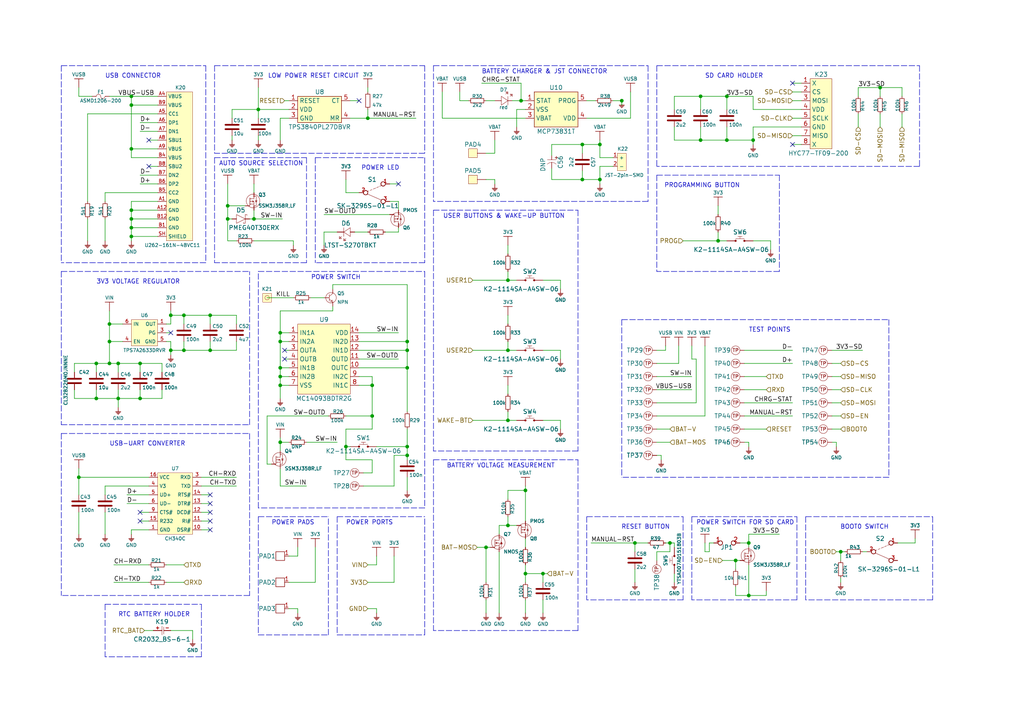
<source format=kicad_sch>
(kicad_sch (version 20211123) (generator eeschema)
  (paper "A4")
  (title_block (title "Soldered Inkplate 6 MOTION") (date "2024-05-22") (rev "V2.1.0.") (company "Soldered Electronics") (comment 1 "333321"))
  (lib_symbols
    (symbol "e-radionica.com schematics:0402LED" (pin_numbers hide) (pin_names (offset 0.254) hide)
      (property "Reference" "D" (at -0.635 2.54 0))
      (property "Value" "0402LED" (at 0 -2.54 0))
      (symbol "0402LED_1_1"
        (pin passive line (at -2.54 0 0) (length 1.91) (name "A") (number "1"))
        (pin passive line (at 2.54 0 180) (length 1.27) (name "K") (number "2"))
      )
    )
    (symbol "e-radionica.com schematics:0402R" (pin_numbers hide) (pin_names (offset 0.254))
      (property "Reference" "R" (at -1.905 1.27 0))
      (property "Value" "0402R" (at 0 -1.905 0))
      (symbol "0402R_1_1"
        (pin passive line (at -2.54 0 0) (length 0.63) (name "~") (number "1"))
        (pin passive line (at 2.54 0 180) (length 0.63) (name "~") (number "2"))
      )
    )
    (symbol "e-radionica.com schematics:0603C" (pin_numbers hide) (pin_names (offset 0.002))
      (property "Reference" "C" (at 0 3.81 0))
      (property "Value" "0603C" (at 0 -3.175 0))
      (symbol "0603C_1_1"
        (pin passive line (at -2.54 0 0) (length 1.9) (name "~") (number "1"))
        (pin passive line (at 2.54 0 180) (length 1.9) (name "~") (number "2"))
      )
    )
    (symbol "e-radionica.com schematics:0603LED_SIDE" (pin_numbers hide) (pin_names hide)
      (property "Reference" "D" (at -1.27 2.54 0))
      (property "Value" "0603LED_SIDE" (at 0 -2.286 0))
      (symbol "0603LED_SIDE_1_1"
        (pin passive line (at -2.54 0 0) (length 1.27) (name "A") (number "1"))
        (pin passive line (at 2.54 0 180) (length 1.91) (name "K") (number "2"))
      )
    )
    (symbol "e-radionica.com schematics:0603R" (pin_numbers hide) (pin_names (offset 0.254))
      (property "Reference" "R" (at 0 1.27 0))
      (property "Value" "0603R" (at 0 -1.905 0))
      (symbol "0603R_1_1"
        (pin passive line (at -2.54 0 0) (length 0.63) (name "~") (number "1"))
        (pin passive line (at 2.54 0 180) (length 0.63) (name "~") (number "2"))
      )
    )
    (symbol "e-radionica.com schematics:1206C" (pin_numbers hide)
      (property "Reference" "C" (at 0 3.81 0))
      (property "Value" "1206C" (at 0 -3.175 0))
      (symbol "1206C_1_1"
        (pin passive line (at -2.54 0 0) (length 1.9) (name "~") (number "1"))
        (pin passive line (at 2.54 0 180) (length 1.9) (name "~") (number "2"))
      )
    )
    (symbol "e-radionica.com schematics:1206FUSE" (pin_numbers hide) (pin_names hide)
      (property "Reference" "F" (at -1.27 1.905 0))
      (property "Value" "1206FUSE" (at 0 -1.905 0))
      (symbol "1206FUSE_1_1"
        (pin passive line (at -2.54 0 0) (length 1.27) (name "~") (number "1"))
        (pin passive line (at 2.54 0 180) (length 1.27) (name "~") (number "2"))
      )
    )
    (symbol "e-radionica.com schematics:1210C" (pin_numbers hide)
      (property "Reference" "C" (at 0 3.81 0))
      (property "Value" "1210C" (at 0 -3.175 0))
      (symbol "1210C_1_1"
        (pin passive line (at -2.54 0 0) (length 1.9) (name "~") (number "1"))
        (pin passive line (at 2.54 0 180) (length 1.9) (name "~") (number "2"))
      )
    )
    (symbol "e-radionica.com schematics:1210C_TANTAL" (pin_numbers hide) (pin_names hide)
      (property "Reference" "C" (at -1.27 2.54 0))
      (property "Value" "1210C_TANTAL" (at 0 -2.54 0))
      (symbol "1210C_TANTAL_0_0"
        (text "+" (at -1.905 1.27 0) (effects (font (size 1 1))))
      )
      (symbol "1210C_TANTAL_1_1"
        (pin input line (at -2.54 0 0) (length 1.27) (name "+") (number "1"))
        (pin input line (at 1.27 0 180) (length 1.8) (name "-") (number "2"))
      )
    )
    (symbol "e-radionica.com schematics:3V3" (power) (pin_names (offset 0))
      (property "Value" "3V3" (at 0 3.556 0))
      (symbol "3V3_1_1"
        (pin power_in line (at 0 0 90) (length 0) hide (name "3V3") (number "1"))
      )
    )
    (symbol "e-radionica.com schematics:CH340C"
      (property "Reference" "U" (at -3.81 10.16 0))
      (property "Value" "CH340C" (at 0 -10.16 0))
      (symbol "CH340C_1_1"
        (pin passive line (at -7.62 -7.62 0) (length 2.54) (name "GND") (number "1"))
        (pin passive line (at 7.62 -7.62 180) (length 2.54) (name "DSR#") (number "10"))
        (pin passive line (at 7.62 -5.08 180) (length 2.54) (name "RI#") (number "11"))
        (pin passive line (at 7.62 -2.54 180) (length 2.54) (name "DCD#") (number "12"))
        (pin passive line (at 7.62 0 180) (length 2.54) (name "DTR#") (number "13"))
        (pin passive line (at 7.62 2.54 180) (length 2.54) (name "RTS#") (number "14"))
        (pin passive line (at -7.62 -5.08 0) (length 2.54) (name "R232") (number "15"))
        (pin passive line (at -7.62 7.62 0) (length 2.54) (name "VCC") (number "16"))
        (pin passive line (at 7.62 5.08 180) (length 2.54) (name "TXD") (number "2"))
        (pin passive line (at 7.62 7.62 180) (length 2.54) (name "RXD") (number "3"))
        (pin passive line (at -7.62 5.08 0) (length 2.54) (name "V3") (number "4"))
        (pin passive line (at -7.62 2.54 0) (length 2.54) (name "UD+") (number "5"))
        (pin passive line (at -7.62 0 0) (length 2.54) (name "UD-") (number "6"))
        (pin passive line (at -7.62 -2.54 0) (length 2.54) (name "CTS#") (number "9"))
      )
    )
    (symbol "e-radionica.com schematics:CR2032_BS-6-1"
      (property "Reference" "K" (at 0 2.54 0))
      (property "Value" "CR2032_BS-6-1" (at 0 -2.54 0))
      (symbol "CR2032_BS-6-1_1_1"
        (pin input line (at -2.54 0 0) (length 2.54) (name "") (number "+"))
        (pin output line (at 2.54 0 180) (length 2.04) (name "") (number "-"))
      )
    )
    (symbol "e-radionica.com schematics:GND" (power) (pin_names (offset 0))
      (property "Value" "GND" (at 0 -2.921 0))
      (symbol "GND_1_1"
        (pin power_in line (at 0 0 270) (length 0) hide (name "GND") (number "1"))
      )
    )
    (symbol "e-radionica.com schematics:HEADER_MALE_1X1" (pin_numbers hide) (pin_names hide)
      (property "Reference" "K" (at 0 2.54 0))
      (property "Value" "HEADER_MALE_1X1" (at 0 -2.54 0))
      (symbol "HEADER_MALE_1X1_1_1"
        (pin passive line (at 0 0 180) (length 0) (name "~") (number "1"))
      )
    )
    (symbol "e-radionica.com schematics:HYC77-TF09-200"
      (property "Reference" "K" (at 0 11.43 0))
      (property "Value" "HYC77-TF09-200" (at 0 -11.43 0))
      (symbol "HYC77-TF09-200_1_1"
        (pin bidirectional line (at -5.08 8.89 0) (length 2.54) (name "X") (number "1"))
        (pin bidirectional line (at -5.08 6.35 0) (length 2.54) (name "CS") (number "2"))
        (pin bidirectional line (at -5.08 3.81 0) (length 2.54) (name "MOSI") (number "3"))
        (pin bidirectional line (at -5.08 1.27 0) (length 2.54) (name "VDD") (number "4"))
        (pin bidirectional line (at -5.08 -1.27 0) (length 2.54) (name "SCLK") (number "5"))
        (pin bidirectional line (at -5.08 -3.81 0) (length 2.54) (name "GND") (number "6"))
        (pin bidirectional line (at -5.08 -6.35 0) (length 2.54) (name "MISO") (number "7"))
        (pin bidirectional line (at -5.08 -8.89 0) (length 2.54) (name "X") (number "8"))
      )
    )
    (symbol "e-radionica.com schematics:JST-2pin-SMD"
      (property "Reference" "K" (at 0 3.81 0))
      (property "Value" "JST-2pin-SMD" (at 1.27 -3.81 0))
      (symbol "JST-2pin-SMD_1_1"
        (pin passive line (at 2.54 -1.27 180) (length 1.27) (name "+") (number "1"))
        (pin passive line (at 2.54 1.27 180) (length 1.27) (name "-") (number "2"))
      )
    )
    (symbol "e-radionica.com schematics:K2-1114SA-A4SW-06" (pin_numbers hide) (pin_names hide)
      (property "Reference" "SW" (at 0 2.54 0))
      (property "Value" "K2-1114SA-A4SW-06" (at 0 -2.54 0))
      (symbol "K2-1114SA-A4SW-06_1_1"
        (pin passive line (at -3.81 0 0) (length 2.54) (name "~") (number "1"))
        (pin passive line (at 3.81 0 180) (length 2.54) (name "~") (number "2"))
      )
    )
    (symbol "e-radionica.com schematics:MBR0530T1G" (pin_numbers hide) (pin_names hide)
      (property "Reference" "D" (at 0 2.54 0))
      (property "Value" "MBR0530T1G" (at 0 -2.54 0))
      (symbol "MBR0530T1G_1_1"
        (pin input line (at 2.54 0 180) (length 1.27) (name "C") (number "1"))
        (pin input line (at -2.54 0 0) (length 1.27) (name "A") (number "2"))
      )
    )
    (symbol "e-radionica.com schematics:MC14093BDTR2G"
      (property "Reference" "U" (at 0 15.24 0))
      (property "Value" "MC14093BDTR2G" (at 0 -7.62 0))
      (symbol "MC14093BDTR2G_1_1"
        (pin output line (at -10.16 11.43 0) (length 2.54) (name "IN1A") (number "1"))
        (pin output line (at 10.16 1.27 180) (length 2.54) (name "OUTC") (number "10"))
        (pin output line (at 10.16 3.81 180) (length 2.54) (name "OUTD") (number "11"))
        (pin output line (at 10.16 6.35 180) (length 2.54) (name "IN1D") (number "12"))
        (pin output line (at 10.16 8.89 180) (length 2.54) (name "IN2D") (number "13"))
        (pin output line (at 10.16 11.43 180) (length 2.54) (name "VDD") (number "14"))
        (pin output line (at -10.16 8.89 0) (length 2.54) (name "IN2A") (number "2"))
        (pin output line (at -10.16 6.35 0) (length 2.54) (name "OUTA") (number "3"))
        (pin output line (at -10.16 3.81 0) (length 2.54) (name "OUTB") (number "4"))
        (pin output line (at -10.16 1.27 0) (length 2.54) (name "IN1B") (number "5"))
        (pin output line (at -10.16 -1.27 0) (length 2.54) (name "IN2B") (number "6"))
        (pin output line (at -10.16 -3.81 0) (length 2.54) (name "VSS") (number "7"))
        (pin output line (at 10.16 -3.81 180) (length 2.54) (name "IN1C") (number "8"))
        (pin output line (at 10.16 -1.27 180) (length 2.54) (name "IN2C") (number "9"))
      )
    )
    (symbol "e-radionica.com schematics:MCP73831T"
      (property "Reference" "U" (at 0 6.35 0))
      (property "Value" "MCP73831T" (at 0 -6.35 0))
      (symbol "MCP73831T_1_1"
        (pin output line (at -8.89 2.54 0) (length 2.54) (name "STAT") (number "1"))
        (pin output line (at -8.89 0 0) (length 2.54) (name "VSS") (number "2"))
        (pin output line (at -8.89 -2.54 0) (length 2.54) (name "VBAT") (number "3"))
        (pin output line (at 8.89 -2.54 180) (length 2.54) (name "VDD") (number "4"))
        (pin output line (at 8.89 2.54 180) (length 2.54) (name "PROG") (number "5"))
      )
    )
    (symbol "e-radionica.com schematics:NMOS-SOT-23-3" (pin_numbers hide) (pin_names hide)
      (property "Reference" "Q" (at -1.143 2.921 0))
      (property "Value" "NMOS-SOT-23-3" (at 1.524 -3.937 0))
      (symbol "NMOS-SOT-23-3_1_1"
        (pin passive line (at -1.27 -1.27 0) (length 1.27) (name "G") (number "1"))
        (pin passive line (at 1.27 -2.54 90) (length 1.27) (name "S") (number "2"))
        (pin passive line (at 1.27 2.54 270) (length 1.27) (name "D") (number "3"))
      )
    )
    (symbol "e-radionica.com schematics:NPN-SOT-23-3" (pin_numbers hide) (pin_names hide)
      (property "Reference" "Q" (at -2.286 2.921 0))
      (property "Value" "NPN-SOT-23-3" (at 0 -3.81 0))
      (symbol "NPN-SOT-23-3_1_1"
        (pin passive line (at -2.54 0 0) (length 1.46) (name "B") (number "1"))
        (pin passive line (at 0 -2.54 90) (length 1.27) (name "E") (number "2"))
        (pin passive line (at 0 2.54 270) (length 1.27) (name "C") (number "3"))
      )
    )
    (symbol "e-radionica.com schematics:PAD_2x1.5" (pin_numbers hide) (pin_names hide)
      (property "Reference" "PAD" (at 0 2.54 0))
      (property "Value" "PAD_2x1.5" (at 0 -2.54 0))
      (symbol "PAD_2x1.5_1_1"
        (pin passive line (at -3.81 0 0) (length 2.54) (name "~") (number "1"))
      )
    )
    (symbol "e-radionica.com schematics:PAD_4x4"
      (property "Reference" "PAD" (at 0 2.54 0))
      (property "Value" "PAD_4x4" (at 0 -2.54 0))
      (symbol "PAD_4x4_1_1"
        (pin passive line (at -2.54 0 0) (length 1.27) (name "") (number "1"))
      )
    )
    (symbol "e-radionica.com schematics:PMOS-SOT-23-3" (pin_numbers hide) (pin_names hide)
      (property "Reference" "Q" (at -1.27 2.54 0))
      (property "Value" "PMOS-SOT-23-3" (at 0.381 -4.064 0))
      (symbol "PMOS-SOT-23-3_1_1"
        (pin passive line (at -1.27 -1.27 0) (length 1.27) (name "G") (number "1"))
        (pin passive line (at 1.27 -2.54 90) (length 1.27) (name "S") (number "2"))
        (pin passive line (at 1.27 2.54 270) (length 1.27) (name "D") (number "3"))
      )
    )
    (symbol "e-radionica.com schematics:SK-3296S-01-L1"
      (property "Reference" "S" (at 0 3.81 0))
      (property "Value" "SK-3296S-01-L1" (at 0 -6.35 0))
      (symbol "SK-3296S-01-L1_1_1"
        (pin input inverted (at 3.81 2.54 180) (length 2.54) (name "") (number "1"))
        (pin input inverted (at -5.08 0 0) (length 2.54) (name "") (number "2"))
        (pin input inverted (at 3.81 -2.54 180) (length 2.54) (name "") (number "3"))
      )
    )
    (symbol "e-radionica.com schematics:SMD_JUMPER"
      (property "Reference" "JP" (at 0 1.397 0))
      (property "Value" "SMD_JUMPER" (at 0 -2.54 0))
      (symbol "SMD_JUMPER_1_1"
        (pin passive inverted (at -3.81 0 0) (length 2.54) (name "") (number "1"))
        (pin passive inverted (at 3.81 0 180) (length 2.54) (name "") (number "2"))
      )
    )
    (symbol "e-radionica.com schematics:TPS3840PL27DBVR"
      (property "Reference" "U" (at 0 5.08 0))
      (property "Value" "TPS3840PL27DBVR" (at 0 -5.08 0))
      (symbol "TPS3840PL27DBVR_1_1"
        (pin input line (at -8.89 2.54 0) (length 2.54) (name "RESET") (number "1"))
        (pin input line (at -8.89 0 0) (length 2.54) (name "VDD") (number "2"))
        (pin input line (at -8.89 -2.54 0) (length 2.54) (name "GND") (number "3"))
        (pin input line (at 8.89 -2.54 180) (length 2.54) (name "MR") (number "4"))
        (pin input line (at 8.89 2.54 180) (length 2.54) (name "CT") (number "5"))
      )
    )
    (symbol "e-radionica.com schematics:TPS7A2633DRVR"
      (property "Reference" "U" (at -3.175 5.08 0))
      (property "Value" "TPS7A2633DRVR" (at 0 -5.08 0))
      (symbol "TPS7A2633DRVR_1_1"
        (pin passive line (at 6.35 2.54 180) (length 2.54) (name "OUT") (number "1"))
        (pin passive line (at 6.35 0 180) (length 2.54) (name "PG") (number "3"))
        (pin passive line (at -6.35 -2.54 0) (length 2.54) (name "EN") (number "4"))
        (pin passive line (at 6.35 -2.54 180) (length 2.54) (name "GND") (number "5"))
        (pin passive line (at -6.35 2.54 0) (length 2.54) (name "IN") (number "6"))
      )
    )
    (symbol "e-radionica.com schematics:Test_Point_SMD_0.8mm" (pin_numbers hide) (pin_names hide)
      (property "Reference" "TP" (at 0 2.54 0))
      (symbol "Test_Point_SMD_0.8mm_0_0"
        (text "TP" (at 0 0 0) (effects (font (size 1 1))))
      )
      (symbol "Test_Point_SMD_0.8mm_1_1"
        (pin passive line (at 2.54 0 180) (length 1.27) (name "~") (number "TP"))
      )
    )
    (symbol "e-radionica.com schematics:U262-161N-4BVC11"
      (property "Reference" "K" (at 0 22.86 0))
      (property "Value" "U262-161N-4BVC11" (at 2.54 -22.86 0))
      (symbol "U262-161N-4BVC11_1_1"
        (pin passive line (at -3.81 -10.16 0) (length 2.54) (name "GND") (number "A1"))
        (pin passive line (at -3.81 -12.7 0) (length 2.54) (name "GND") (number "A12"))
        (pin passive line (at -3.81 20.32 0) (length 2.54) (name "VBUS") (number "A4"))
        (pin passive line (at -3.81 15.24 0) (length 2.54) (name "CC1") (number "A5"))
        (pin passive line (at -3.81 12.7 0) (length 2.54) (name "DP1") (number "A6"))
        (pin passive line (at -3.81 10.16 0) (length 2.54) (name "DN1") (number "A7"))
        (pin passive line (at -3.81 7.62 0) (length 2.54) (name "SBU1") (number "A8"))
        (pin passive line (at -3.81 5.08 0) (length 2.54) (name "VBUS") (number "A9"))
        (pin passive line (at -3.81 -17.78 0) (length 2.54) (name "GND") (number "B1"))
        (pin passive line (at -3.81 -15.24 0) (length 2.54) (name "GND") (number "B12"))
        (pin passive line (at -3.81 2.54 0) (length 2.54) (name "VBUS") (number "B4"))
        (pin passive line (at -3.81 -7.62 0) (length 2.54) (name "CC2") (number "B5"))
        (pin passive line (at -3.81 -5.08 0) (length 2.54) (name "DP2") (number "B6"))
        (pin passive line (at -3.81 -2.54 0) (length 2.54) (name "DN2") (number "B7"))
        (pin passive line (at -3.81 0 0) (length 2.54) (name "SBU2") (number "B8"))
        (pin passive line (at -3.81 17.78 0) (length 2.54) (name "VBUS") (number "B9"))
        (pin passive line (at -3.81 -20.32 0) (length 2.54) (name "SHIELD") (number "SH"))
      )
    )
    (symbol "e-radionica.com schematics:VBAT" (power) (pin_names (offset 0))
      (property "Value" "VBAT" (at 0 3.556 0))
      (symbol "VBAT_1_1"
        (pin power_in line (at 0 0 90) (length 0) hide (name "VBAT") (number "1"))
      )
    )
    (symbol "e-radionica.com schematics:VIN" (power) (pin_names (offset 0))
      (property "Value" "VIN" (at 0 3.556 0))
      (symbol "VIN_1_1"
        (pin power_in line (at 0 0 90) (length 0) hide (name "VIN") (number "1"))
      )
    )
    (symbol "e-radionica.com schematics:VUSB" (power) (pin_names (offset 0))
      (property "Value" "VUSB" (at 0 3.556 0))
      (symbol "VUSB_1_1"
        (pin power_in line (at 0 0 90) (length 0) hide (name "VUSB") (number "1"))
      )
    )
    (symbol "e-radionica.com schematics:YTSA007A0151803B" (pin_numbers hide) (pin_names hide)
      (property "Reference" "SW" (at -1.016 2.286 0))
      (property "Value" "YTSA007A0151803B" (at 1.778 -2.032 0))
      (symbol "YTSA007A0151803B_1_1"
        (pin passive line (at -2.54 0 0) (length 2.54) (name "~") (number "1"))
        (pin passive line (at 5.08 0 180) (length 2.54) (name "~") (number "2"))
      )
    )
  )
  (junction (at 22.86 138.43))
  (junction (at 38.1 68.58))
  (junction (at 168.91 41.91))
  (junction (at 203.2 40.64))
  (junction (at 81.28 99.06))
  (junction (at 40.64 105.41))
  (junction (at 74.93 31.75))
  (junction (at 27.94 105.41))
  (junction (at 73.66 63.5) (diameter 0.9144))
  (junction (at 81.28 128.27))
  (junction (at 60.96 91.44))
  (junction (at 168.91 52.07))
  (junction (at 81.28 111.76))
  (junction (at 147.32 152.4))
  (junction (at 66.04 59.69) (diameter 0.9144))
  (junction (at 118.11 132.08))
  (junction (at 66.04 63.5))
  (junction (at 217.17 172.72))
  (junction (at 210.82 40.64))
  (junction (at 34.29 105.41))
  (junction (at 255.27 25.4))
  (junction (at 180.34 29.21))
  (junction (at 31.75 99.06))
  (junction (at 31.75 93.98) (diameter 0.9144))
  (junction (at 152.4 142.24))
  (junction (at 27.94 115.57))
  (junction (at 81.28 96.52))
  (junction (at 243.84 160.02))
  (junction (at 49.53 101.6) (diameter 0.9144))
  (junction (at 100.33 129.54))
  (junction (at 81.28 109.22))
  (junction (at 173.99 52.07))
  (junction (at 53.34 101.6) (diameter 0.9144))
  (junction (at 152.4 166.37))
  (junction (at 147.32 101.6))
  (junction (at 38.1 30.48))
  (junction (at 218.44 40.64))
  (junction (at 118.11 106.68))
  (junction (at 38.1 43.18))
  (junction (at 140.97 158.75))
  (junction (at 60.96 101.6))
  (junction (at 118.11 129.54))
  (junction (at 38.1 60.96))
  (junction (at 118.11 101.6))
  (junction (at 31.75 105.41))
  (junction (at 107.95 120.65))
  (junction (at 107.95 111.76))
  (junction (at 53.34 91.44) (diameter 0.9144))
  (junction (at 147.32 81.28))
  (junction (at 38.1 66.04))
  (junction (at 217.17 157.48))
  (junction (at 173.99 41.91))
  (junction (at 40.64 115.57))
  (junction (at 38.1 63.5))
  (junction (at 106.68 34.29))
  (junction (at 151.13 29.21))
  (junction (at 34.29 115.57))
  (junction (at 38.1 27.94))
  (junction (at 118.11 99.06))
  (junction (at 194.31 157.48))
  (junction (at 203.2 27.94))
  (junction (at 81.28 106.68))
  (junction (at 157.48 166.37))
  (junction (at 208.28 69.85))
  (junction (at 213.36 162.56))
  (junction (at 49.53 91.44) (diameter 0.9144))
  (junction (at 147.32 121.92))
  (junction (at 184.15 157.48))
  (junction (at 210.82 27.94))
  (no_connect (at 43.18 48.26))
  (no_connect (at 60.96 153.67))
  (no_connect (at 40.64 148.59))
  (no_connect (at 60.96 143.51))
  (no_connect (at 60.96 146.05))
  (no_connect (at 40.64 151.13))
  (no_connect (at 60.96 148.59))
  (no_connect (at 229.87 24.13))
  (no_connect (at 229.87 41.91))
  (no_connect (at 104.14 29.21))
  (no_connect (at 115.57 53.34))
  (no_connect (at 43.18 40.64))
  (no_connect (at 82.55 101.6))
  (no_connect (at 82.55 104.14))
  (no_connect (at 60.96 151.13))
  (no_connect (at 49.53 96.52))
  (polyline (pts (xy 125.73 133.35) (xy 125.73 182.88)))
  (wire (pts (xy 144.78 152.4) (xy 144.78 154.94)))
  (wire (pts (xy 217.17 163.83) (xy 217.17 172.72)))
  (wire (pts (xy 96.52 90.17) (xy 81.28 90.17)))
  (polyline (pts (xy 123.19 45.72) (xy 123.19 76.2)))
  (polyline (pts (xy 257.81 92.71) (xy 257.81 138.43)))
  (wire (pts (xy 86.36 161.29) (xy 83.82 161.29)))
  (wire (pts (xy 147.32 142.24) (xy 147.32 144.78)))
  (polyline (pts (xy 17.78 19.05) (xy 59.69 19.05)))
  (wire (pts (xy 218.44 36.83) (xy 218.44 40.64)))
  (wire (pts (xy 21.59 113.03) (xy 21.59 115.57)))
  (wire (pts (xy 241.3 120.65) (xy 243.84 120.65)))
  (wire (pts (xy 49.53 93.98) (xy 48.26 93.98)))
  (wire (pts (xy 223.52 69.85) (xy 223.52 72.39)))
  (wire (pts (xy 45.72 45.72) (xy 38.1 45.72)))
  (wire (pts (xy 34.29 115.57) (xy 34.29 118.11)))
  (wire (pts (xy 101.6 129.54) (xy 100.33 129.54)))
  (wire (pts (xy 168.91 41.91) (xy 168.91 44.45)))
  (wire (pts (xy 241.3 116.84) (xy 243.84 116.84)))
  (wire (pts (xy 203.2 40.64) (xy 210.82 40.64)))
  (wire (pts (xy 215.9 124.46) (xy 222.25 124.46)))
  (wire (pts (xy 83.82 111.76) (xy 81.28 111.76)))
  (wire (pts (xy 140.97 158.75) (xy 142.24 158.75)))
  (wire (pts (xy 58.42 146.05) (xy 60.96 146.05)))
  (wire (pts (xy 157.48 166.37) (xy 157.48 168.91)))
  (wire (pts (xy 107.95 109.22) (xy 107.95 111.76)))
  (wire (pts (xy 34.29 105.41) (xy 34.29 107.95)))
  (wire (pts (xy 43.18 40.64) (xy 45.72 40.64)))
  (wire (pts (xy 143.51 44.45) (xy 143.51 40.64)))
  (wire (pts (xy 40.64 105.41) (xy 34.29 105.41)))
  (wire (pts (xy 190.5 116.84) (xy 201.93 116.84)))
  (wire (pts (xy 217.17 154.94) (xy 217.17 157.48)))
  (wire (pts (xy 73.66 53.34) (xy 73.66 55.88)))
  (wire (pts (xy 93.98 71.12) (xy 93.98 67.31)))
  (wire (pts (xy 49.53 182.88) (xy 55.88 182.88)))
  (polyline (pts (xy 58.42 175.26) (xy 58.42 190.5)))
  (wire (pts (xy 173.99 48.26) (xy 173.99 52.07)))
  (wire (pts (xy 162.56 81.28) (xy 162.56 83.82)))
  (wire (pts (xy 229.87 26.67) (xy 232.41 26.67)))
  (wire (pts (xy 81.28 109.22) (xy 81.28 111.76)))
  (wire (pts (xy 215.9 105.41) (xy 229.87 105.41)))
  (wire (pts (xy 96.52 82.55) (xy 118.11 82.55)))
  (wire (pts (xy 157.48 173.99) (xy 157.48 177.8)))
  (polyline (pts (xy 123.19 19.05) (xy 123.19 44.45)))
  (wire (pts (xy 143.51 52.07) (xy 143.51 53.34)))
  (wire (pts (xy 205.74 160.02) (xy 204.47 160.02)))
  (wire (pts (xy 184.15 165.1) (xy 184.15 168.91)))
  (wire (pts (xy 213.36 172.72) (xy 217.17 172.72)))
  (wire (pts (xy 152.4 166.37) (xy 157.48 166.37)))
  (polyline (pts (xy 30.48 175.26) (xy 58.42 175.26)))
  (wire (pts (xy 242.57 160.02) (xy 243.84 160.02)))
  (polyline (pts (xy 74.93 149.86) (xy 74.93 184.15)))
  (wire (pts (xy 118.11 138.43) (xy 118.11 142.24)))
  (wire (pts (xy 77.47 86.36) (xy 85.09 86.36)))
  (wire (pts (xy 241.3 101.6) (xy 250.19 101.6)))
  (wire (pts (xy 133.35 29.21) (xy 135.89 29.21)))
  (wire (pts (xy 111.76 67.31) (xy 115.57 67.31)))
  (wire (pts (xy 73.66 63.5) (xy 73.66 60.96)))
  (wire (pts (xy 83.82 31.75) (xy 74.93 31.75)))
  (wire (pts (xy 81.28 34.29) (xy 83.82 34.29)))
  (wire (pts (xy 22.86 138.43) (xy 43.18 138.43)))
  (wire (pts (xy 40.64 115.57) (xy 34.29 115.57)))
  (wire (pts (xy 152.4 166.37) (xy 152.4 168.91)))
  (wire (pts (xy 213.36 162.56) (xy 213.36 165.1)))
  (wire (pts (xy 160.02 52.07) (xy 168.91 52.07)))
  (wire (pts (xy 77.47 120.65) (xy 77.47 134.62)))
  (wire (pts (xy 58.42 143.51) (xy 60.96 143.51)))
  (wire (pts (xy 137.16 121.92) (xy 147.32 121.92)))
  (wire (pts (xy 34.29 113.03) (xy 34.29 115.57)))
  (wire (pts (xy 222.25 171.45) (xy 222.25 172.72)))
  (wire (pts (xy 149.86 101.6) (xy 147.32 101.6)))
  (wire (pts (xy 38.1 43.18) (xy 45.72 43.18)))
  (wire (pts (xy 140.97 158.75) (xy 140.97 168.91)))
  (wire (pts (xy 250.19 160.02) (xy 251.46 160.02)))
  (polyline (pts (xy 180.34 92.71) (xy 180.34 138.43)))
  (polyline (pts (xy 190.5 50.8) (xy 226.06 50.8)) (stroke (width 0) (type dash)))
  (wire (pts (xy 177.8 29.21) (xy 180.34 29.21)))
  (wire (pts (xy 217.17 128.27) (xy 215.9 128.27)))
  (wire (pts (xy 100.33 133.35) (xy 100.33 129.54)))
  (wire (pts (xy 40.64 53.34) (xy 45.72 53.34)))
  (wire (pts (xy 105.41 137.16) (xy 107.95 137.16)))
  (polyline (pts (xy 97.79 149.86) (xy 123.19 149.86)))
  (wire (pts (xy 30.48 63.5) (xy 30.48 69.85)))
  (polyline (pts (xy 226.06 50.8) (xy 226.06 78.74)) (stroke (width 0) (type dash)))
  (wire (pts (xy 147.32 91.44) (xy 147.32 93.98)))
  (wire (pts (xy 261.62 33.02) (xy 261.62 36.83)))
  (wire (pts (xy 81.28 34.29) (xy 81.28 40.64)))
  (polyline (pts (xy 231.14 173.99) (xy 200.66 173.99)))
  (wire (pts (xy 106.68 176.53) (xy 109.22 176.53)))
  (wire (pts (xy 160.02 41.91) (xy 168.91 41.91)))
  (wire (pts (xy 195.58 40.64) (xy 203.2 40.64)))
  (wire (pts (xy 152.4 142.24) (xy 152.4 151.13)))
  (wire (pts (xy 90.17 86.36) (xy 93.98 86.36)))
  (wire (pts (xy 81.28 111.76) (xy 81.28 115.57)))
  (wire (pts (xy 204.47 160.02) (xy 204.47 157.48)))
  (wire (pts (xy 173.99 41.91) (xy 173.99 45.72)))
  (wire (pts (xy 38.1 43.18) (xy 38.1 30.48)))
  (wire (pts (xy 229.87 39.37) (xy 232.41 39.37)))
  (wire (pts (xy 109.22 161.29) (xy 109.22 163.83)))
  (wire (pts (xy 152.4 31.75) (xy 149.86 31.75)))
  (wire (pts (xy 218.44 69.85) (xy 223.52 69.85)))
  (wire (pts (xy 67.31 31.75) (xy 67.31 34.29)))
  (wire (pts (xy 48.26 163.83) (xy 53.34 163.83)))
  (polyline (pts (xy 58.42 190.5) (xy 30.48 190.5)))
  (wire (pts (xy 140.97 44.45) (xy 143.51 44.45)))
  (wire (pts (xy 149.86 121.92) (xy 147.32 121.92)))
  (wire (pts (xy 114.3 168.91) (xy 106.68 168.91)))
  (wire (pts (xy 152.4 156.21) (xy 152.4 158.75)))
  (wire (pts (xy 30.48 143.51) (xy 30.48 140.97)))
  (wire (pts (xy 82.55 101.6) (xy 83.82 101.6)))
  (polyline (pts (xy 231.14 149.86) (xy 231.14 173.99)))
  (wire (pts (xy 40.64 105.41) (xy 40.64 107.95)))
  (wire (pts (xy 222.25 172.72) (xy 217.17 172.72)))
  (polyline (pts (xy 91.44 45.72) (xy 123.19 45.72)))
  (wire (pts (xy 208.28 67.31) (xy 208.28 69.85)))
  (wire (pts (xy 106.68 25.4) (xy 106.68 26.67)))
  (wire (pts (xy 215.9 120.65) (xy 229.87 120.65)))
  (wire (pts (xy 168.91 52.07) (xy 173.99 52.07)))
  (wire (pts (xy 27.94 107.95) (xy 27.94 105.41)))
  (wire (pts (xy 106.68 31.75) (xy 106.68 34.29)))
  (polyline (pts (xy 17.78 125.73) (xy 72.39 125.73)))
  (wire (pts (xy 193.04 101.6) (xy 190.5 101.6)))
  (wire (pts (xy 74.93 39.37) (xy 74.93 40.64)))
  (wire (pts (xy 177.8 48.26) (xy 173.99 48.26)))
  (polyline (pts (xy 125.73 60.96) (xy 125.73 130.81)) (stroke (width 0) (type dash)))
  (wire (pts (xy 241.3 109.22) (xy 243.84 109.22)))
  (polyline (pts (xy 233.68 149.86) (xy 270.51 149.86)) (stroke (width 0) (type dash)))
  (wire (pts (xy 31.75 99.06) (xy 31.75 93.98)))
  (wire (pts (xy 66.04 63.5) (xy 67.31 63.5)))
  (wire (pts (xy 60.96 91.44) (xy 60.96 93.98)))
  (wire (pts (xy 68.58 93.98) (xy 68.58 91.44)))
  (polyline (pts (xy 125.73 133.35) (xy 167.64 133.35)))
  (wire (pts (xy 38.1 66.04) (xy 45.72 66.04)))
  (wire (pts (xy 196.85 100.33) (xy 196.85 105.41)))
  (wire (pts (xy 147.32 99.06) (xy 147.32 101.6)))
  (wire (pts (xy 38.1 45.72) (xy 38.1 43.18)))
  (wire (pts (xy 162.56 121.92) (xy 162.56 124.46)))
  (wire (pts (xy 38.1 63.5) (xy 45.72 63.5)))
  (wire (pts (xy 48.26 96.52) (xy 49.53 96.52)))
  (wire (pts (xy 152.4 140.97) (xy 152.4 142.24)))
  (wire (pts (xy 217.17 129.54) (xy 217.17 128.27)))
  (wire (pts (xy 27.94 115.57) (xy 34.29 115.57)))
  (wire (pts (xy 241.3 105.41) (xy 243.84 105.41)))
  (polyline (pts (xy 167.64 130.81) (xy 125.73 130.81)) (stroke (width 0) (type dash)))
  (wire (pts (xy 200.66 104.14) (xy 200.66 100.33)))
  (polyline (pts (xy 190.5 19.05) (xy 190.5 48.26)))
  (wire (pts (xy 152.4 163.83) (xy 152.4 166.37)))
  (wire (pts (xy 229.87 24.13) (xy 232.41 24.13)))
  (wire (pts (xy 81.28 135.89) (xy 81.28 140.97)))
  (wire (pts (xy 86.36 176.53) (xy 86.36 177.8)))
  (wire (pts (xy 25.4 63.5) (xy 25.4 69.85)))
  (wire (pts (xy 208.28 59.69) (xy 208.28 62.23)))
  (wire (pts (xy 157.48 81.28) (xy 162.56 81.28)))
  (wire (pts (xy 22.86 148.59) (xy 22.86 154.94)))
  (polyline (pts (xy 198.12 149.86) (xy 198.12 173.99)) (stroke (width 0) (type dash)))
  (wire (pts (xy 38.1 30.48) (xy 38.1 27.94)))
  (polyline (pts (xy 266.7 19.05) (xy 266.7 48.26)))
  (wire (pts (xy 203.2 27.94) (xy 210.82 27.94)))
  (wire (pts (xy 177.8 45.72) (xy 173.99 45.72)))
  (wire (pts (xy 81.28 140.97) (xy 88.9 140.97)))
  (wire (pts (xy 173.99 40.64) (xy 173.99 41.91)))
  (wire (pts (xy 58.42 140.97) (xy 68.58 140.97)))
  (wire (pts (xy 68.58 91.44) (xy 60.96 91.44)))
  (polyline (pts (xy 170.18 149.86) (xy 170.18 173.99)) (stroke (width 0) (type dash)))
  (wire (pts (xy 210.82 69.85) (xy 208.28 69.85)))
  (wire (pts (xy 215.9 101.6) (xy 229.87 101.6)))
  (wire (pts (xy 214.63 157.48) (xy 217.17 157.48)))
  (polyline (pts (xy 17.78 78.74) (xy 17.78 123.19)) (stroke (width 0) (type dash)))
  (polyline (pts (xy 62.23 19.05) (xy 62.23 44.45)))
  (wire (pts (xy 209.55 162.56) (xy 213.36 162.56)))
  (wire (pts (xy 27.94 113.03) (xy 27.94 115.57)))
  (wire (pts (xy 210.82 36.83) (xy 210.82 40.64)))
  (wire (pts (xy 190.5 124.46) (xy 194.31 124.46)))
  (polyline (pts (xy 190.5 19.05) (xy 266.7 19.05)))
  (wire (pts (xy 190.5 105.41) (xy 196.85 105.41)))
  (wire (pts (xy 68.58 99.06) (xy 68.58 101.6)))
  (wire (pts (xy 218.44 31.75) (xy 218.44 27.94)))
  (polyline (pts (xy 30.48 175.26) (xy 30.48 190.5)))
  (wire (pts (xy 81.28 106.68) (xy 81.28 109.22)))
  (wire (pts (xy 38.1 153.67) (xy 43.18 153.67)))
  (wire (pts (xy 73.66 63.5) (xy 81.915 63.5)))
  (wire (pts (xy 162.56 101.6) (xy 162.56 104.14)))
  (wire (pts (xy 210.82 27.94) (xy 210.82 31.75)))
  (wire (pts (xy 248.92 33.02) (xy 248.92 36.83)))
  (wire (pts (xy 213.36 170.18) (xy 213.36 172.72)))
  (wire (pts (xy 96.52 88.9) (xy 96.52 90.17)))
  (wire (pts (xy 21.59 105.41) (xy 27.94 105.41)))
  (polyline (pts (xy 167.64 60.96) (xy 167.64 130.81)) (stroke (width 0) (type dash)))
  (polyline (pts (xy 125.73 19.05) (xy 187.96 19.05)))
  (polyline (pts (xy 97.79 149.86) (xy 97.79 184.15)))
  (wire (pts (xy 49.53 91.44) (xy 49.53 93.98)))
  (wire (pts (xy 100.33 129.54) (xy 100.33 124.46)))
  (wire (pts (xy 38.1 69.85) (xy 38.1 68.58)))
  (wire (pts (xy 147.32 78.74) (xy 147.32 81.28)))
  (wire (pts (xy 115.57 67.31) (xy 115.57 66.04)))
  (wire (pts (xy 193.04 100.33) (xy 193.04 101.6)))
  (wire (pts (xy 35.56 93.98) (xy 31.75 93.98)))
  (wire (pts (xy 58.42 138.43) (xy 68.58 138.43)))
  (polyline (pts (xy 233.68 149.86) (xy 233.68 173.99)) (stroke (width 0) (type dash)))
  (polyline (pts (xy 198.12 173.99) (xy 170.18 173.99)) (stroke (width 0) (type dash)))
  (wire (pts (xy 118.11 132.08) (xy 118.11 133.35)))
  (wire (pts (xy 151.13 29.21) (xy 152.4 29.21)))
  (wire (pts (xy 36.83 143.51) (xy 43.18 143.51)))
  (wire (pts (xy 93.98 67.31) (xy 97.79 67.31)))
  (polyline (pts (xy 17.78 123.19) (xy 72.39 123.19)) (stroke (width 0) (type dash)))
  (polyline (pts (xy 74.93 149.86) (xy 95.25 149.86)))
  (wire (pts (xy 22.86 135.89) (xy 22.86 138.43)))
  (wire (pts (xy 53.34 91.44) (xy 53.34 93.98)))
  (wire (pts (xy 232.41 31.75) (xy 218.44 31.75)))
  (polyline (pts (xy 125.73 19.05) (xy 125.73 58.42)))
  (wire (pts (xy 40.64 50.8) (xy 45.72 50.8)))
  (wire (pts (xy 198.12 69.85) (xy 208.28 69.85)))
  (polyline (pts (xy 167.64 133.35) (xy 167.64 182.88)))
  (wire (pts (xy 210.82 27.94) (xy 218.44 27.94)))
  (polyline (pts (xy 72.39 125.73) (xy 72.39 172.72)))
  (wire (pts (xy 68.58 101.6) (xy 60.96 101.6)))
  (wire (pts (xy 137.16 81.28) (xy 147.32 81.28)))
  (wire (pts (xy 81.28 99.06) (xy 83.82 99.06)))
  (polyline (pts (xy 200.66 149.86) (xy 231.14 149.86)))
  (wire (pts (xy 157.48 166.37) (xy 158.75 166.37)))
  (polyline (pts (xy 270.51 173.99) (xy 233.68 173.99)) (stroke (width 0) (type dash)))
  (wire (pts (xy 191.77 133.35) (xy 191.77 132.08)))
  (wire (pts (xy 46.99 107.95) (xy 46.99 105.41)))
  (wire (pts (xy 48.26 168.91) (xy 53.34 168.91)))
  (wire (pts (xy 109.22 163.83) (xy 106.68 163.83)))
  (wire (pts (xy 40.64 38.1) (xy 45.72 38.1)))
  (wire (pts (xy 232.41 36.83) (xy 218.44 36.83)))
  (wire (pts (xy 25.4 33.02) (xy 45.72 33.02)))
  (wire (pts (xy 27.94 105.41) (xy 31.75 105.41)))
  (wire (pts (xy 242.57 128.27) (xy 241.3 128.27)))
  (wire (pts (xy 113.03 53.34) (xy 115.57 53.34)))
  (wire (pts (xy 114.3 132.08) (xy 118.11 132.08)))
  (wire (pts (xy 201.93 104.14) (xy 200.66 104.14)))
  (wire (pts (xy 168.91 49.53) (xy 168.91 52.07)))
  (wire (pts (xy 77.47 120.65) (xy 95.25 120.65)))
  (wire (pts (xy 261.62 25.4) (xy 255.27 25.4)))
  (wire (pts (xy 58.42 151.13) (xy 60.96 151.13)))
  (wire (pts (xy 195.58 27.94) (xy 195.58 31.75)))
  (wire (pts (xy 53.34 99.06) (xy 53.34 101.6)))
  (wire (pts (xy 105.41 140.97) (xy 114.3 140.97)))
  (wire (pts (xy 48.26 99.06) (xy 49.53 99.06)))
  (polyline (pts (xy 91.44 45.72) (xy 91.44 76.2)))
  (wire (pts (xy 118.11 99.06) (xy 118.11 101.6)))
  (wire (pts (xy 81.28 99.06) (xy 81.28 106.68)))
  (wire (pts (xy 147.32 119.38) (xy 147.32 121.92)))
  (wire (pts (xy 60.96 99.06) (xy 60.96 101.6)))
  (wire (pts (xy 104.14 104.14) (xy 115.57 104.14)))
  (wire (pts (xy 107.95 124.46) (xy 107.95 120.65)))
  (wire (pts (xy 81.28 127) (xy 81.28 128.27)))
  (wire (pts (xy 173.99 52.07) (xy 173.99 53.34)))
  (wire (pts (xy 243.84 160.02) (xy 243.84 162.56)))
  (wire (pts (xy 46.99 105.41) (xy 40.64 105.41)))
  (polyline (pts (xy 200.66 149.86) (xy 200.66 173.99)))
  (wire (pts (xy 83.82 96.52) (xy 81.28 96.52)))
  (polyline (pts (xy 72.39 123.19) (xy 72.39 78.74)) (stroke (width 0) (type dash)))
  (wire (pts (xy 82.55 104.14) (xy 83.82 104.14)))
  (wire (pts (xy 217.17 157.48) (xy 217.17 158.75)))
  (wire (pts (xy 35.56 99.06) (xy 31.75 99.06)))
  (wire (pts (xy 73.66 69.85) (xy 85.09 69.85)))
  (wire (pts (xy 140.97 52.07) (xy 143.51 52.07)))
  (wire (pts (xy 241.3 113.03) (xy 243.84 113.03)))
  (wire (pts (xy 104.14 96.52) (xy 115.57 96.52)))
  (wire (pts (xy 38.1 66.04) (xy 38.1 63.5)))
  (wire (pts (xy 104.14 101.6) (xy 118.11 101.6)))
  (wire (pts (xy 203.2 36.83) (xy 203.2 40.64)))
  (polyline (pts (xy 180.34 92.71) (xy 257.81 92.71)))
  (wire (pts (xy 118.11 106.68) (xy 104.14 106.68)))
  (wire (pts (xy 184.15 157.48) (xy 184.15 160.02)))
  (wire (pts (xy 229.87 29.21) (xy 232.41 29.21)))
  (wire (pts (xy 115.57 58.42) (xy 115.57 60.96)))
  (wire (pts (xy 133.35 26.67) (xy 133.35 29.21)))
  (wire (pts (xy 261.62 25.4) (xy 261.62 27.94)))
  (wire (pts (xy 40.64 113.03) (xy 40.64 115.57)))
  (wire (pts (xy 215.9 109.22) (xy 222.25 109.22)))
  (wire (pts (xy 55.88 185.42) (xy 55.88 182.88)))
  (wire (pts (xy 46.99 113.03) (xy 46.99 115.57)))
  (wire (pts (xy 229.87 41.91) (xy 232.41 41.91)))
  (polyline (pts (xy 17.78 78.74) (xy 72.39 78.74)) (stroke (width 0) (type dash)))
  (wire (pts (xy 101.6 29.21) (xy 104.14 29.21)))
  (wire (pts (xy 210.82 40.64) (xy 218.44 40.64)))
  (wire (pts (xy 107.95 133.35) (xy 100.33 133.35)))
  (wire (pts (xy 33.02 168.91) (xy 43.18 168.91)))
  (wire (pts (xy 38.1 60.96) (xy 45.72 60.96)))
  (wire (pts (xy 21.59 115.57) (xy 27.94 115.57)))
  (wire (pts (xy 25.4 33.02) (xy 25.4 58.42)))
  (polyline (pts (xy 270.51 149.86) (xy 270.51 173.99)) (stroke (width 0) (type dash)))
  (wire (pts (xy 38.1 30.48) (xy 45.72 30.48)))
  (wire (pts (xy 30.48 140.97) (xy 43.18 140.97)))
  (polyline (pts (xy 187.96 58.42) (xy 125.73 58.42)))
  (wire (pts (xy 101.6 34.29) (xy 106.68 34.29)))
  (wire (pts (xy 93.98 62.23) (xy 113.03 62.23)))
  (wire (pts (xy 60.96 101.6) (xy 53.34 101.6)))
  (wire (pts (xy 190.5 113.03) (xy 200.66 113.03)))
  (polyline (pts (xy 95.25 184.15) (xy 95.25 149.86)))
  (wire (pts (xy 41.91 182.88) (xy 44.45 182.88)))
  (wire (pts (xy 72.39 63.5) (xy 73.66 63.5)))
  (polyline (pts (xy 59.69 76.2) (xy 17.78 76.2)))
  (wire (pts (xy 128.27 34.29) (xy 152.4 34.29)))
  (wire (pts (xy 243.84 167.64) (xy 243.84 168.91)))
  (wire (pts (xy 49.53 90.17) (xy 49.53 91.44)))
  (wire (pts (xy 58.42 153.67) (xy 60.96 153.67)))
  (wire (pts (xy 31.75 105.41) (xy 31.75 99.06)))
  (wire (pts (xy 81.28 128.27) (xy 81.28 130.81)))
  (wire (pts (xy 217.17 154.94) (xy 226.06 154.94)))
  (wire (pts (xy 109.22 176.53) (xy 109.22 177.8)))
  (wire (pts (xy 31.75 27.94) (xy 38.1 27.94)))
  (wire (pts (xy 104.14 99.06) (xy 118.11 99.06)))
  (wire (pts (xy 77.47 134.62) (xy 78.74 134.62)))
  (polyline (pts (xy 123.19 147.32) (xy 74.93 147.32)))
  (wire (pts (xy 147.32 152.4) (xy 149.86 152.4)))
  (wire (pts (xy 204.47 120.65) (xy 204.47 100.33)))
  (wire (pts (xy 113.03 58.42) (xy 115.57 58.42)))
  (wire (pts (xy 118.11 129.54) (xy 118.11 132.08)))
  (wire (pts (xy 215.9 116.84) (xy 229.87 116.84)))
  (wire (pts (xy 100.33 120.65) (xy 107.95 120.65)))
  (wire (pts (xy 85.09 69.85) (xy 85.09 71.12)))
  (wire (pts (xy 203.2 27.94) (xy 203.2 31.75)))
  (polyline (pts (xy 226.06 78.74) (xy 190.5 78.74)) (stroke (width 0) (type dash)))
  (wire (pts (xy 31.75 105.41) (xy 34.29 105.41)))
  (wire (pts (xy 100.33 55.88) (xy 100.33 52.07)))
  (wire (pts (xy 157.48 121.92) (xy 162.56 121.92)))
  (wire (pts (xy 43.18 151.13) (xy 40.64 151.13)))
  (wire (pts (xy 242.57 129.54) (xy 242.57 128.27)))
  (wire (pts (xy 207.01 157.48) (xy 205.74 157.48)))
  (polyline (pts (xy 62.23 19.05) (xy 123.19 19.05)))
  (wire (pts (xy 213.36 162.56) (xy 214.63 162.56)))
  (wire (pts (xy 107.95 120.65) (xy 107.95 111.76)))
  (polyline (pts (xy 97.79 184.15) (xy 123.19 184.15)))
  (wire (pts (xy 195.58 166.37) (xy 195.58 168.91)))
  (wire (pts (xy 190.5 162.56) (xy 190.5 160.02)))
  (wire (pts (xy 40.64 35.56) (xy 45.72 35.56)))
  (wire (pts (xy 195.58 27.94) (xy 203.2 27.94)))
  (wire (pts (xy 194.31 160.02) (xy 194.31 157.48)))
  (wire (pts (xy 38.1 58.42) (xy 45.72 58.42)))
  (wire (pts (xy 190.5 160.02) (xy 194.31 160.02)))
  (wire (pts (xy 215.9 113.03) (xy 222.25 113.03)))
  (wire (pts (xy 81.28 90.17) (xy 81.28 96.52)))
  (wire (pts (xy 205.74 157.48) (xy 205.74 160.02)))
  (polyline (pts (xy 123.19 78.74) (xy 123.19 147.32)))
  (wire (pts (xy 66.04 59.69) (xy 66.04 53.34)))
  (wire (pts (xy 118.11 101.6) (xy 118.11 106.68)))
  (polyline (pts (xy 187.96 19.05) (xy 187.96 58.42)))
  (wire (pts (xy 171.45 157.48) (xy 184.15 157.48)))
  (wire (pts (xy 149.86 81.28) (xy 147.32 81.28)))
  (wire (pts (xy 160.02 45.085) (xy 160.02 41.91)))
  (wire (pts (xy 81.28 106.68) (xy 83.82 106.68)))
  (wire (pts (xy 128.27 26.67) (xy 128.27 34.29)))
  (wire (pts (xy 43.18 48.26) (xy 45.72 48.26)))
  (wire (pts (xy 118.11 106.68) (xy 118.11 119.38)))
  (wire (pts (xy 81.28 96.52) (xy 81.28 99.06)))
  (wire (pts (xy 193.04 157.48) (xy 194.31 157.48)))
  (wire (pts (xy 104.14 109.22) (xy 107.95 109.22)))
  (wire (pts (xy 107.95 111.76) (xy 104.14 111.76)))
  (polyline (pts (xy 123.19 44.45) (xy 62.23 44.45)))
  (wire (pts (xy 241.3 124.46) (xy 243.84 124.46)))
  (polyline (pts (xy 17.78 19.05) (xy 17.78 76.2)))
  (wire (pts (xy 22.86 27.94) (xy 22.86 25.4)))
  (wire (pts (xy 109.22 129.54) (xy 118.11 129.54)))
  (wire (pts (xy 149.86 31.75) (xy 149.86 36.83)))
  (wire (pts (xy 140.97 29.21) (xy 143.51 29.21)))
  (wire (pts (xy 38.1 27.94) (xy 45.72 27.94)))
  (wire (pts (xy 180.34 30.48) (xy 180.34 29.21)))
  (wire (pts (xy 137.16 101.6) (xy 147.32 101.6)))
  (wire (pts (xy 118.11 82.55) (xy 118.11 99.06)))
  (wire (pts (xy 22.86 138.43) (xy 22.86 143.51)))
  (wire (pts (xy 36.83 146.05) (xy 43.18 146.05)))
  (wire (pts (xy 265.43 157.48) (xy 265.43 156.21)))
  (wire (pts (xy 195.58 36.83) (xy 195.58 40.64)))
  (wire (pts (xy 38.1 60.96) (xy 38.1 58.42)))
  (wire (pts (xy 66.04 59.69) (xy 66.04 63.5)))
  (wire (pts (xy 66.04 63.5) (xy 66.04 69.85)))
  (wire (pts (xy 195.58 157.48) (xy 195.58 158.75)))
  (wire (pts (xy 114.3 161.29) (xy 114.3 168.91)))
  (wire (pts (xy 255.27 33.02) (xy 255.27 36.83)))
  (wire (pts (xy 147.32 149.86) (xy 147.32 152.4)))
  (wire (pts (xy 67.31 31.75) (xy 74.93 31.75)))
  (wire (pts (xy 255.27 25.4) (xy 255.27 27.94)))
  (polyline (pts (xy 266.7 48.26) (xy 190.5 48.26)))
  (wire (pts (xy 106.68 34.29) (xy 120.65 34.29)))
  (wire (pts (xy 190.5 128.27) (xy 194.31 128.27)))
  (wire (pts (xy 81.28 109.22) (xy 83.82 109.22)))
  (wire (pts (xy 38.1 63.5) (xy 38.1 60.96)))
  (wire (pts (xy 102.87 67.31) (xy 106.68 67.31)))
  (polyline (pts (xy 74.93 78.74) (xy 123.19 78.74)))
  (wire (pts (xy 58.42 148.59) (xy 60.96 148.59)))
  (polyline (pts (xy 74.93 147.32) (xy 74.93 78.74)))
  (polyline (pts (xy 190.5 50.8) (xy 190.5 78.74)) (stroke (width 0) (type dash)))
  (wire (pts (xy 138.43 158.75) (xy 140.97 158.75)))
  (wire (pts (xy 190.5 120.65) (xy 204.47 120.65)))
  (wire (pts (xy 82.55 29.21) (xy 83.82 29.21)))
  (wire (pts (xy 66.04 69.85) (xy 68.58 69.85)))
  (wire (pts (xy 38.1 68.58) (xy 38.1 66.04)))
  (wire (pts (xy 170.18 29.21) (xy 172.72 29.21)))
  (wire (pts (xy 30.48 148.59) (xy 30.48 154.94)))
  (wire (pts (xy 152.4 173.99) (xy 152.4 177.8)))
  (wire (pts (xy 74.93 25.4) (xy 74.93 31.75)))
  (polyline (pts (xy 125.73 60.96) (xy 167.64 60.96)) (stroke (width 0) (type dash)))
  (wire (pts (xy 144.78 160.02) (xy 144.78 177.8)))
  (polyline (pts (xy 62.23 45.72) (xy 62.23 76.2)) (stroke (width 0) (type dash)))
  (wire (pts (xy 201.93 116.84) (xy 201.93 104.14)))
  (wire (pts (xy 26.67 27.94) (xy 22.86 27.94)))
  (wire (pts (xy 107.95 137.16) (xy 107.95 133.35)))
  (wire (pts (xy 49.53 101.6) (xy 49.53 102.87)))
  (wire (pts (xy 30.48 55.88) (xy 30.48 58.42)))
  (wire (pts (xy 160.02 48.895) (xy 160.02 52.07)))
  (polyline (pts (xy 74.93 184.15) (xy 95.25 184.15)))
  (wire (pts (xy 91.44 168.91) (xy 83.82 168.91)))
  (polyline (pts (xy 123.19 184.15) (xy 123.19 149.86)))
  (wire (pts (xy 67.31 39.37) (xy 67.31 40.64)))
  (wire (pts (xy 260.35 157.48) (xy 265.43 157.48)))
  (wire (pts (xy 88.9 128.27) (xy 97.79 128.27)))
  (wire (pts (xy 100.33 124.46) (xy 107.95 124.46)))
  (wire (pts (xy 33.02 163.83) (xy 43.18 163.83)))
  (wire (pts (xy 31.75 90.17) (xy 31.75 93.98)))
  (wire (pts (xy 190.5 109.22) (xy 200.66 109.22)))
  (wire (pts (xy 43.18 148.59) (xy 40.64 148.59)))
  (wire (pts (xy 74.93 31.75) (xy 74.93 34.29)))
  (wire (pts (xy 218.44 40.64) (xy 218.44 41.91)))
  (wire (pts (xy 38.1 68.58) (xy 45.72 68.58)))
  (polyline (pts (xy 62.23 45.72) (xy 88.9 45.72)) (stroke (width 0) (type dash)))
  (wire (pts (xy 49.53 99.06) (xy 49.53 101.6)))
  (polyline (pts (xy 17.78 125.73) (xy 17.78 172.72)))
  (polyline (pts (xy 167.64 182.88) (xy 125.73 182.88)))
  (wire (pts (xy 194.31 157.48) (xy 195.58 157.48)))
  (wire (pts (xy 157.48 101.6) (xy 162.56 101.6)))
  (wire (pts (xy 147.32 111.76) (xy 147.32 114.3)))
  (wire (pts (xy 96.52 83.82) (xy 96.52 82.55)))
  (polyline (pts (xy 123.19 76.2) (xy 91.44 76.2)))
  (wire (pts (xy 151.13 24.13) (xy 151.13 29.21)))
  (wire (pts (xy 114.3 140.97) (xy 114.3 132.08)))
  (wire (pts (xy 66.04 59.69) (xy 71.12 59.69)))
  (wire (pts (xy 118.11 124.46) (xy 118.11 129.54)))
  (wire (pts (xy 191.77 132.08) (xy 190.5 132.08)))
  (wire (pts (xy 91.44 158.75) (xy 91.44 168.91)))
  (wire (pts (xy 104.14 55.88) (xy 100.33 55.88)))
  (wire (pts (xy 243.84 160.02) (xy 245.11 160.02)))
  (polyline (pts (xy 170.18 149.86) (xy 198.12 149.86)) (stroke (width 0) (type dash)))
  (wire (pts (xy 86.36 158.75) (xy 86.36 161.29)))
  (polyline (pts (xy 88.9 45.72) (xy 88.9 76.2)) (stroke (width 0) (type dash)))
  (wire (pts (xy 60.96 91.44) (xy 53.34 91.44)))
  (polyline (pts (xy 88.9 76.2) (xy 62.23 76.2)) (stroke (width 0) (type dash)))
  (wire (pts (xy 81.28 128.27) (xy 83.82 128.27)))
  (wire (pts (xy 229.87 34.29) (xy 232.41 34.29)))
  (polyline (pts (xy 59.69 19.05) (xy 59.69 76.2)))
  (wire (pts (xy 148.59 29.21) (xy 151.13 29.21)))
  (wire (pts (xy 45.72 55.88) (xy 30.48 55.88)))
  (wire (pts (xy 53.34 101.6) (xy 49.53 101.6)))
  (wire (pts (xy 147.32 71.12) (xy 147.32 73.66)))
  (wire (pts (xy 21.59 107.95) (xy 21.59 105.41)))
  (wire (pts (xy 170.18 34.29) (xy 182.88 34.29)))
  (wire (pts (xy 139.7 24.13) (xy 151.13 24.13)))
  (wire (pts (xy 147.32 142.24) (xy 152.4 142.24)))
  (wire (pts (xy 53.34 91.44) (xy 49.53 91.44)))
  (wire (pts (xy 46.99 115.57) (xy 40.64 115.57)))
  (wire (pts (xy 144.78 152.4) (xy 147.32 152.4)))
  (wire (pts (xy 140.97 173.99) (xy 140.97 177.8)))
  (polyline (pts (xy 257.81 138.43) (xy 180.34 138.43)))
  (wire (pts (xy 248.92 25.4) (xy 255.27 25.4)))
  (wire (pts (xy 248.92 25.4) (xy 248.92 27.94)))
  (wire (pts (xy 83.82 176.53) (xy 86.36 176.53)))
  (wire (pts (xy 184.15 157.48) (xy 187.96 157.48)))
  (wire (pts (xy 182.88 34.29) (xy 182.88 26.67)))
  (polyline (pts (xy 72.39 172.72) (xy 17.78 172.72)))
  (wire (pts (xy 168.91 41.91) (xy 173.99 41.91)))
  (wire (pts (xy 38.1 154.94) (xy 38.1 153.67)))
  (text "POWER LED" (at 104.775 49.53 0) (effects (font (size 1.27 1.27)) (justify left bottom)))
  (text "BOOT0 SWITCH" (at 257.81 153.67 180) (effects (font (size 1.27 1.27)) (justify right bottom)))
  (text "POWER PADS" (at 78.74 152.4 0) (effects (font (size 1.27 1.27)) (justify left bottom)))
  (text "POWER SWITCH FOR SD CARD" (at 201.93 152.4 0) (effects (font (size 1.27 1.27)) (justify left bottom)))
  (text "BATTERY CHARGER & JST CONNECTOR" (at 139.7 21.59 0) (effects (font (size 1.27 1.27)) (justify left bottom)))
  (text "RESET BUTTON" (at 194.31 153.67 180) (effects (font (size 1.27 1.27)) (justify right bottom)))
  (text "POWER PORTS" (at 100.33 152.4 0) (effects (font (size 1.27 1.27)) (justify left bottom)))
  (text "AUTO SOURCE SELECTION" (at 63.5 48.26 0) (effects (font (size 1.27 1.27)) (justify left bottom)))
  (text "LOW POWER RESET CIRCUIT" (at 104.14 22.86 180) (effects (font (size 1.27 1.27)) (justify right bottom)))
  (text "USER BUTTONS & WAKE-UP BUTTON" (at 163.83 63.5 180) (effects (font (size 1.27 1.27)) (justify right bottom)))
  (text "3V3 VOLTAGE REGULATOR" (at 27.94 82.55 0) (effects (font (size 1.27 1.27)) (justify left bottom)))
  (text "BATTERY VOLTAGE MEASUREMENT" (at 129.54 135.89 0) (effects (font (size 1.27 1.27)) (justify left bottom)))
  (text "TEST POINTS" (at 217.17 96.52 0) (effects (font (size 1.27 1.27)) (justify left bottom)))
  (text "SD CARD HOLDER" (at 204.47 22.86 0) (effects (font (size 1.27 1.27)) (justify left bottom)))
  (text "PROGRAMMING BUTTON" (at 214.63 54.61 180) (effects (font (size 1.27 1.27)) (justify right bottom)))
  (text "USB CONNECTOR" (at 30.48 22.86 0) (effects (font (size 1.27 1.27)) (justify left bottom)))
  (text "USB-UART CONVERTER" (at 31.75 129.54 0) (effects (font (size 1.27 1.27)) (justify left bottom)))
  (text "RTC BATTERY HOLDER" (at 34.29 179.07 0) (effects (font (size 1.27 1.27)) (justify left bottom)))
  (text "POWER SWITCH" (at 90.17 81.28 0) (effects (font (size 1.27 1.27)) (justify left bottom)))
  (label "VBUS-USB" (at 34.29 27.94 0))
  (label "MANUAL-RST" (at 120.65 34.29 180))
  (label "D-" (at 40.64 38.1 0))
  (label "CH-TXD" (at 68.58 140.97 180))
  (label "D+" (at 229.87 105.41 180))
  (label "MANUAL-RST" (at 171.45 157.48 0))
  (label "SW-IN" (at 88.9 140.97 180))
  (label "D-" (at 229.87 101.6 180))
  (label "SW-OUTD" (at 93.98 62.23 0))
  (label "D+" (at 36.83 143.51 0))
  (label "3V3-SD" (at 250.19 101.6 180))
  (label "SW-OUTD" (at 85.09 120.65 0))
  (label "MANUAL-RST" (at 229.87 120.65 180))
  (label "CH-TXD" (at 33.02 168.91 0))
  (label "D-" (at 36.83 146.05 0))
  (label "CHRG-STAT" (at 229.87 116.84 180))
  (label "D-" (at 40.64 50.8 0))
  (label "KILL" (at 80.01 86.36 0))
  (label "3V3-SD" (at 248.92 25.4 0))
  (label "CHRG-STAT" (at 139.7 24.13 0))
  (label "CH-RXD" (at 68.58 138.43 180))
  (label "SW-IN" (at 97.79 128.27 180))
  (label "SW-OUTD" (at 115.57 104.14 180))
  (label "3V3-SD" (at 226.06 154.94 180))
  (label "VBUS-USB" (at 200.66 113.03 180))
  (label "D+" (at 40.64 53.34 0))
  (label "SW-IN" (at 115.57 96.52 180))
  (label "SW-IN" (at 200.66 109.22 180))
  (label "D+" (at 40.64 35.56 0))
  (label "SW-IN" (at 81.915 63.5 180))
  (label "3V3-SD" (at 218.44 27.94 180))
  (label "CH-RXD" (at 33.02 163.83 0))
  (hierarchical_label "USER2" (shape input) (at 137.16 101.6 180))
  (hierarchical_label "RXD" (shape input) (at 222.25 113.03 0))
  (hierarchical_label "SD-EN" (shape input) (at 209.55 162.56 180))
  (hierarchical_label "BOOT0" (shape input) (at 242.57 160.02 180))
  (hierarchical_label "RTC_BAT" (shape input) (at 41.91 182.88 180))
  (hierarchical_label "TXD" (shape input) (at 53.34 163.83 0))
  (hierarchical_label "PROG" (shape input) (at 198.12 69.85 180))
  (hierarchical_label "RXD" (shape input) (at 53.34 168.91 0))
  (hierarchical_label "BAT-V" (shape input) (at 194.31 124.46 0))
  (hierarchical_label "TXD" (shape input) (at 222.25 109.22 0))
  (hierarchical_label "3V3" (shape input) (at 106.68 168.91 180))
  (hierarchical_label "SD-CS" (shape input) (at 248.92 36.83 270))
  (hierarchical_label "RESET" (shape input) (at 82.55 29.21 180))
  (hierarchical_label "BAT-MOS" (shape input) (at 194.31 128.27 0))
  (hierarchical_label "WAKE-BT" (shape input) (at 137.16 121.92 180))
  (hierarchical_label "RESET" (shape input) (at 222.25 124.46 0))
  (hierarchical_label "SD-MOSI" (shape input) (at 229.87 29.21 180))
  (hierarchical_label "SD-MOSI" (shape input) (at 243.84 116.84 0))
  (hierarchical_label "SD-MISO" (shape input) (at 243.84 109.22 0))
  (hierarchical_label "SD-CLK" (shape input) (at 229.87 34.29 180))
  (hierarchical_label "BAT-MOS" (shape input) (at 138.43 158.75 180))
  (hierarchical_label "SD-EN" (shape input) (at 243.84 120.65 0))
  (hierarchical_label "SD-MISO" (shape input) (at 261.62 36.83 270))
  (hierarchical_label "SD-MOSI" (shape input) (at 255.27 36.83 270))
  (hierarchical_label "SD-CS" (shape input) (at 229.87 26.67 180))
  (hierarchical_label "BOOT0" (shape input) (at 243.84 124.46 0))
  (hierarchical_label "GND" (shape input) (at 106.68 176.53 180))
  (hierarchical_label "VIN" (shape input) (at 106.68 163.83 180))
  (hierarchical_label "SD-CS" (shape input) (at 243.84 105.41 0))
  (hierarchical_label "BAT-V" (shape input) (at 158.75 166.37 0))
  (hierarchical_label "SD-CLK" (shape input) (at 243.84 113.03 0))
  (hierarchical_label "SD-MISO" (shape input) (at 229.87 39.37 180))
  (hierarchical_label "USER1" (shape input) (at 137.16 81.28 180))
  (symbol (lib_id "e-radionica.com schematics:GND") (at 144.78 177.8 0) (unit 1)
    (property "Reference" "#PWR0127" (effects hide))
    (property "Value" "GND" (at 144.78 180.975 0) (effects (font (size 1 1))))
  )
  (symbol (lib_id "e-radionica.com schematics:3V3") (at 74.93 25.4 0) (unit 1)
    (property "Reference" "#PWR0106" (effects hide))
    (property "Value" "3V3" (at 74.93 21.59 0) (effects (font (size 1 1))))
  )
  (symbol (lib_id "e-radionica.com schematics:3V3") (at 200.66 100.33 0) (unit 1)
    (property "Reference" "#PWR0147" (effects hide))
    (property "Value" "3V3" (at 200.66 96.52 0) (effects (font (size 1 1))))
  )
  (symbol (lib_id "e-radionica.com schematics:HYC77-TF09-200") (at 237.49 33.02 0) (unit 1)
    (property "Reference" "K23" (at 236.22 21.59 0) (effects (justify left)))
    (property "Value" "HYC77-TF09-200" (at 228.6 44.45 0) (effects (justify left)))
    (property "Footprint" "e-radionica.com footprinti:HYC77-TF09-200" (effects hide))
  )
  (symbol (lib_id "e-radionica.com schematics:GND") (at 93.98 71.12 0) (unit 1)
    (property "Reference" "#PWR0115" (effects hide))
    (property "Value" "GND" (at 93.98 74.295 0) (effects (font (size 1 1))))
  )
  (symbol (lib_id "e-radionica.com schematics:SK-3296S-01-L1") (at 109.22 55.88 0) (unit 1)
    (property "Reference" "S1" (at 107.95 52.07 0))
    (property "Value" "SK-3296S-01-L1" (at 106.68 59.69 0))
    (property "Footprint" "e-radionica.com footprinti:SK-3296S-01-L1" (effects hide))
  )
  (symbol (lib_id "e-radionica.com schematics:GND") (at 191.77 133.35 0) (unit 1)
    (property "Reference" "#PWR0143" (effects hide))
    (property "Value" "GND" (at 191.77 136.525 0) (effects (font (size 1 1))))
  )
  (symbol (lib_id "e-radionica.com schematics:0603R") (at 109.22 67.31 0) (unit 1)
    (property "Reference" "R28" (at 107.95 65.405 0) (effects (font (size 1 1))))
    (property "Value" "1k" (at 109.22 68.58 0) (effects (font (size 1 1))))
    (property "Footprint" "e-radionica.com footprinti:0603R" (effects hide))
  )
  (symbol (lib_id "e-radionica.com schematics:VUSB") (at 66.04 53.34 0) (unit 1)
    (property "Reference" "#PWR0103" (effects hide))
    (property "Value" "VUSB" (at 66.04 49.53 0) (effects (font (size 1 1))))
  )
  (symbol (lib_id "e-radionica.com schematics:0603C") (at 184.15 162.56 90) (unit 1)
    (property "Reference" "C58" (at 186.055 160.655 90) (effects (font (size 1 1))))
    (property "Value" "2u2" (at 186.055 164.465 90) (effects (font (size 1 1))))
    (property "Footprint" "e-radionica.com footprinti:0603C" (effects hide))
  )
  (symbol (lib_id "e-radionica.com schematics:GND") (at 85.09 71.12 0) (unit 1)
    (property "Reference" "#PWR0111" (effects hide))
    (property "Value" "GND" (at 85.09 74.295 0) (effects (font (size 1 1))))
  )
  (symbol (lib_id "e-radionica.com schematics:Test_Point_SMD_0.8mm") (at 238.76 116.84 0) (unit 1)
    (property "Reference" "TP51" (at 234.95 116.84 0))
    (property "Value" "Test_Point_SMD_0.8mm" (effects hide))
    (property "Footprint" "e-radionica.com footprinti:Test_Point_SMD_0.8mm" (effects hide))
  )
  (symbol (lib_id "e-radionica.com schematics:Test_Point_SMD_0.8mm") (at 238.76 113.03 0) (unit 1)
    (property "Reference" "TP50" (at 234.95 113.03 0))
    (property "Value" "Test_Point_SMD_0.8mm" (effects hide))
    (property "Footprint" "e-radionica.com footprinti:Test_Point_SMD_0.8mm" (effects hide))
  )
  (symbol (lib_id "e-radionica.com schematics:0603R") (at 152.4 161.29 90) (unit 1)
    (property "Reference" "R36" (at 153.67 160.02 0) (effects (font (size 1 1)) (justify right)))
    (property "Value" "100k" (at 151.13 159.385 0) (effects (font (size 1 1)) (justify right)))
    (property "Footprint" "e-radionica.com footprinti:0603R" (effects hide))
  )
  (symbol (lib_id "e-radionica.com schematics:Test_Point_SMD_0.8mm") (at 213.36 113.03 0) (unit 1)
    (property "Reference" "TP42" (at 209.55 113.03 0))
    (property "Value" "Test_Point_SMD_0.8mm" (effects hide))
    (property "Footprint" "e-radionica.com footprinti:Test_Point_SMD_0.8mm" (effects hide))
  )
  (symbol (lib_id "e-radionica.com schematics:NPN-SOT-23-3") (at 96.52 86.36 0) (unit 1)
    (property "Reference" "Q5" (at 97.79 85.09 0) (effects (font (size 1 1)) (justify left)))
    (property "Value" "NPN" (at 97.79 87.63 0) (effects (font (size 1 1)) (justify left)))
    (property "Footprint" "e-radionica.com footprinti:SOT-23-3" (effects hide))
  )
  (symbol (lib_id "e-radionica.com schematics:0603R") (at 255.27 30.48 90) (unit 1)
    (property "Reference" "R45" (at 256.54 29.21 0) (effects (font (size 1 1)) (justify right)))
    (property "Value" "100k" (at 254 28.575 0) (effects (font (size 1 1)) (justify right)))
    (property "Footprint" "e-radionica.com footprinti:0603R" (effects hide))
  )
  (symbol (lib_id "e-radionica.com schematics:GND") (at 242.57 129.54 0) (unit 1)
    (property "Reference" "#PWR0155" (effects hide))
    (property "Value" "GND" (at 242.57 132.715 0) (effects (font (size 1 1))))
  )
  (symbol (lib_id "e-radionica.com schematics:GND") (at 30.48 154.94 0) (unit 1)
    (property "Reference" "#PWR095" (effects hide))
    (property "Value" "GND" (at 30.48 158.115 0) (effects (font (size 1 1))))
  )
  (symbol (lib_id "e-radionica.com schematics:TPS3840PL27DBVR") (at 92.71 31.75 0) (unit 1)
    (property "Reference" "U8" (at 92.71 26.67 0))
    (property "Value" "TPS3840PL27DBVR" (at 92.71 36.83 0))
    (property "Footprint" "e-radionica.com footprinti:SOT-23-5" (effects hide))
  )
  (symbol (lib_id "e-radionica.com schematics:VBAT") (at 143.51 40.64 0) (unit 1)
    (property "Reference" "#PWR0125" (effects hide))
    (property "Value" "VBAT" (at 143.51 36.83 0) (effects (font (size 1 1))))
  )
  (symbol (lib_id "e-radionica.com schematics:PAD_4x4") (at 81.28 168.91 180) (unit 1)
    (property "Reference" "PAD2" (at 77.47 168.91 0))
    (property "Value" "PAD_4x4" (effects hide))
    (property "Footprint" "e-radionica.com footprinti:PAD_4x4" (effects hide))
  )
  (symbol (lib_id "e-radionica.com schematics:Test_Point_SMD_0.8mm") (at 187.96 105.41 0) (unit 1)
    (property "Reference" "TP30" (at 184.15 105.41 0))
    (property "Value" "Test_Point_SMD_0.8mm" (effects hide))
    (property "Footprint" "e-radionica.com footprinti:Test_Point_SMD_0.8mm" (effects hide))
  )
  (symbol (lib_id "e-radionica.com schematics:0603C") (at 210.82 34.29 270) (unit 1)
    (property "Reference" "C61" (at 212.725 32.385 90) (effects (font (size 1 1))))
    (property "Value" "100n" (at 213.36 36.195 90) (effects (font (size 1 1))))
    (property "Footprint" "e-radionica.com footprinti:0603C" (effects hide))
  )
  (symbol (lib_id "e-radionica.com schematics:3V3") (at 265.43 156.21 0) (unit 1)
    (property "Reference" "#PWR0157" (effects hide))
    (property "Value" "3V3" (at 265.43 152.4 0) (effects (font (size 1 1))))
  )
  (symbol (lib_id "e-radionica.com schematics:YTSA007A0151803B") (at 195.58 163.83 90) (unit 1)
    (property "Reference" "SW5" (at 193.04 162.56 0) (effects (font (size 1 1))))
    (property "Value" "YTSA007A0151803B" (at 196.977 162.052 0) (effects (font (size 1 1))))
    (property "Footprint" "e-radionica.com footprinti:YTSA007A0151803B" (effects hide))
  )
  (symbol (lib_id "e-radionica.com schematics:PMOS-SOT-23-3") (at 151.13 153.67 0) (mirror x) (unit 1)
    (property "Reference" "Q8" (at 153.67 156.21 0) (effects (font (size 1 1)) (justify left)))
    (property "Value" "PMOS" (at 153.67 151.13 0) (effects (font (size 1 1)) (justify left)))
    (property "Footprint" "e-radionica.com footprinti:SOT-23-3" (effects hide))
  )
  (symbol (lib_id "e-radionica.com schematics:Test_Point_SMD_0.8mm") (at 102.87 140.97 0) (unit 1)
    (property "Reference" "TP28" (at 99.06 140.97 0))
    (property "Value" "Test_Point_SMD_0.8mm" (effects hide))
    (property "Footprint" "e-radionica.com footprinti:Test_Point_SMD_0.8mm" (effects hide))
  )
  (symbol (lib_id "e-radionica.com schematics:0603C") (at 40.64 110.49 90) (unit 1)
    (property "Reference" "C47" (at 41.275 108.585 90) (effects (font (size 1 1)) (justify right)))
    (property "Value" "100n" (at 41.275 112.395 90) (effects (font (size 1 1)) (justify right)))
    (property "Footprint" "e-radionica.com footprinti:0603C" (effects hide))
  )
  (symbol (lib_id "e-radionica.com schematics:U262-161N-4BVC11") (at 49.53 48.26 0) (unit 1)
    (property "Reference" "K20" (at 50.8 25.4 0) (effects (font (size 1 1)) (justify left)))
    (property "Value" "U262-161N-4BVC11" (at 41.91 71.12 0) (effects (font (size 1 1)) (justify left)))
    (property "Footprint" "e-radionica.com footprinti:U262-161N-4BVC11" (effects hide))
  )
  (symbol (lib_id "e-radionica.com schematics:Test_Point_SMD_0.8mm") (at 238.76 105.41 0) (unit 1)
    (property "Reference" "TP48" (at 234.95 105.41 0))
    (property "Value" "Test_Point_SMD_0.8mm" (effects hide))
    (property "Footprint" "e-radionica.com footprinti:Test_Point_SMD_0.8mm" (effects hide))
  )
  (symbol (lib_id "e-radionica.com schematics:GND") (at 22.86 154.94 0) (unit 1)
    (property "Reference" "#PWR092" (effects hide))
    (property "Value" "GND" (at 22.86 158.115 0) (effects (font (size 1 1))))
  )
  (symbol (lib_id "e-radionica.com schematics:Test_Point_SMD_0.8mm") (at 213.36 120.65 0) (unit 1)
    (property "Reference" "TP44" (at 209.55 120.65 0))
    (property "Value" "Test_Point_SMD_0.8mm" (effects hide))
    (property "Footprint" "e-radionica.com footprinti:Test_Point_SMD_0.8mm" (effects hide))
  )
  (symbol (lib_id "e-radionica.com schematics:0603C") (at 60.96 96.52 90) (unit 1)
    (property "Reference" "C50" (at 61.595 94.615 90) (effects (font (size 1 1)) (justify right)))
    (property "Value" "2u2" (at 61.595 98.425 90) (effects (font (size 1 1)) (justify right)))
    (property "Footprint" "e-radionica.com footprinti:0603C" (effects hide))
  )
  (symbol (lib_id "e-radionica.com schematics:0603R") (at 118.11 121.92 90) (unit 1)
    (property "Reference" "R29" (at 118.745 121.92 90) (effects (font (size 1 1)) (justify right)))
    (property "Value" "100k" (at 113.665 121.92 90) (effects (font (size 1 1)) (justify right)))
    (property "Footprint" "e-radionica.com footprinti:0603R" (effects hide))
  )
  (symbol (lib_id "e-radionica.com schematics:VUSB") (at 193.04 100.33 0) (unit 1)
    (property "Reference" "#PWR0144" (effects hide))
    (property "Value" "VUSB" (at 193.04 96.52 0) (effects (font (size 1 1))))
  )
  (symbol (lib_id "e-radionica.com schematics:PAD_4x4") (at 81.28 176.53 180) (unit 1)
    (property "Reference" "PAD3" (at 77.47 176.53 0))
    (property "Value" "PAD_4x4" (effects hide))
    (property "Footprint" "e-radionica.com footprinti:PAD_4x4" (effects hide))
  )
  (symbol (lib_id "e-radionica.com schematics:K2-1114SA-A4SW-06") (at 214.63 69.85 0) (unit 1)
    (property "Reference" "SW6" (at 214.63 67.31 0))
    (property "Value" "K2-1114SA-A4SW-06" (at 212.09 72.39 0))
    (property "Footprint" "e-radionica.com footprinti:K2-1114SA-A4SW-06" (effects hide))
  )
  (symbol (lib_id "e-radionica.com schematics:Test_Point_SMD_0.8mm") (at 238.76 120.65 0) (unit 1)
    (property "Reference" "TP52" (at 234.95 120.65 0))
    (property "Value" "Test_Point_SMD_0.8mm" (effects hide))
    (property "Footprint" "e-radionica.com footprinti:Test_Point_SMD_0.8mm" (effects hide))
  )
  (symbol (lib_id "e-radionica.com schematics:VIN") (at 81.28 127 0) (unit 1)
    (property "Reference" "#PWR0110" (effects hide))
    (property "Value" "VIN" (at 81.28 123.19 0) (effects (font (size 1 1))))
  )
  (symbol (lib_id "e-radionica.com schematics:0603C") (at 22.86 146.05 270) (unit 1)
    (property "Reference" "C43" (at 24.765 144.145 90) (effects (font (size 1 1))))
    (property "Value" "100n" (at 25.4 147.955 90) (effects (font (size 1 1))))
    (property "Footprint" "e-radionica.com footprinti:0603C" (effects hide))
  )
  (symbol (lib_id "e-radionica.com schematics:PMOS-SOT-23-3") (at 72.39 58.42 0) (unit 1)
    (property "Reference" "Q3" (at 74.93 56.515 0) (effects (font (size 1 1)) (justify left)))
    (property "Value" "SSM3J358R,LF" (at 74.93 59.69 0) (effects (font (size 1 1)) (justify left)))
    (property "Footprint" "e-radionica.com footprinti:SOT-23-3" (effects hide))
  )
  (symbol (lib_id "e-radionica.com schematics:3V3") (at 147.32 91.44 0) (unit 1)
    (property "Reference" "#PWR0129" (effects hide))
    (property "Value" "3V3" (at 147.32 87.63 0) (effects (font (size 1 1))))
  )
  (symbol (lib_id "e-radionica.com schematics:3V3") (at 114.3 161.29 0) (unit 1)
    (property "Reference" "#PWR0120" (effects hide))
    (property "Value" "3V3" (at 114.3 157.48 0) (effects (font (size 1 1))))
  )
  (symbol (lib_id "e-radionica.com schematics:3V3") (at 100.33 52.07 0) (unit 1)
    (property "Reference" "#PWR0116" (effects hide))
    (property "Value" "3V3" (at 100.33 48.26 0) (effects (font (size 1 1))))
  )
  (symbol (lib_id "e-radionica.com schematics:Test_Point_SMD_0.8mm") (at 187.96 128.27 0) (unit 1)
    (property "Reference" "TP36" (at 184.15 128.27 0))
    (property "Value" "Test_Point_SMD_0.8mm" (effects hide))
    (property "Footprint" "e-radionica.com footprinti:Test_Point_SMD_0.8mm" (effects hide))
  )
  (symbol (lib_id "e-radionica.com schematics:GND") (at 162.56 124.46 0) (unit 1)
    (property "Reference" "#PWR0137" (effects hide))
    (property "Value" "GND" (at 162.56 127.635 0) (effects (font (size 1 1))))
  )
  (symbol (lib_id "e-radionica.com schematics:3V3") (at 106.68 25.4 0) (unit 1)
    (property "Reference" "#PWR0117" (effects hide))
    (property "Value" "3V3" (at 106.68 21.59 0) (effects (font (size 1 1))))
  )
  (symbol (lib_id "e-radionica.com schematics:K2-1114SA-A4SW-06") (at 153.67 81.28 0) (unit 1)
    (property "Reference" "SW2" (at 153.67 78.74 0))
    (property "Value" "K2-1114SA-A4SW-06" (at 151.13 83.82 0))
    (property "Footprint" "e-radionica.com footprinti:K2-1114SA-A4SW-06" (effects hide))
  )
  (symbol (lib_id "e-radionica.com schematics:Test_Point_SMD_0.8mm") (at 213.36 109.22 0) (unit 1)
    (property "Reference" "TP41" (at 209.55 109.22 0))
    (property "Value" "Test_Point_SMD_0.8mm" (effects hide))
    (property "Footprint" "e-radionica.com footprinti:Test_Point_SMD_0.8mm" (effects hide))
  )
  (symbol (lib_id "e-radionica.com schematics:0603R") (at 147.32 147.32 90) (unit 1)
    (property "Reference" "R35" (at 148.59 146.05 0) (effects (font (size 1 1)) (justify right)))
    (property "Value" "510k" (at 146.05 145.415 0) (effects (font (size 1 1)) (justify right)))
    (property "Footprint" "e-radionica.com footprinti:0603R" (effects hide))
  )
  (symbol (lib_id "e-radionica.com schematics:1206C") (at 67.31 36.83 270) (unit 1)
    (property "Reference" "C51" (at 69.215 34.925 90) (effects (font (size 1 1))))
    (property "Value" "10u" (at 69.215 38.735 90) (effects (font (size 1 1))))
    (property "Footprint" "e-radionica.com footprinti:1206C" (effects hide))
  )
  (symbol (lib_id "e-radionica.com schematics:0603R") (at 140.97 171.45 90) (unit 1)
    (property "Reference" "R31" (at 142.24 170.18 0) (effects (font (size 1 1)) (justify right)))
    (property "Value" "100k" (at 139.7 169.545 0) (effects (font (size 1 1)) (justify right)))
    (property "Footprint" "e-radionica.com footprinti:0603R" (effects hide))
  )
  (symbol (lib_id "e-radionica.com schematics:GND") (at 149.86 36.83 0) (unit 1)
    (property "Reference" "#PWR0131" (effects hide))
    (property "Value" "GND" (at 149.86 40.005 0) (effects (font (size 1 1))))
  )
  (symbol (lib_id "e-radionica.com schematics:Test_Point_SMD_0.8mm") (at 187.96 120.65 0) (unit 1)
    (property "Reference" "TP34" (at 184.15 120.65 0))
    (property "Value" "Test_Point_SMD_0.8mm" (effects hide))
    (property "Footprint" "e-radionica.com footprinti:Test_Point_SMD_0.8mm" (effects hide))
  )
  (symbol (lib_id "e-radionica.com schematics:TPS7A2633DRVR") (at 41.91 96.52 0) (unit 1)
    (property "Reference" "U6" (at 41.91 91.44 0) (effects (font (size 1 1))))
    (property "Value" "TPS7A2633DRVR" (at 41.91 101.6 0) (effects (font (size 1 1))))
    (property "Footprint" "e-radionica.com footprinti:TPS7A2633DRVR" (effects hide))
  )
  (symbol (lib_id "e-radionica.com schematics:GND") (at 184.15 168.91 0) (unit 1)
    (property "Reference" "#PWR0142" (effects hide))
    (property "Value" "GND" (at 184.15 172.085 0) (effects (font (size 1 1))))
  )
  (symbol (lib_id "e-radionica.com schematics:3V3") (at 204.47 157.48 0) (unit 1)
    (property "Reference" "#PWR0149" (effects hide))
    (property "Value" "3V3" (at 204.47 153.67 0) (effects (font (size 1 1))))
  )
  (symbol (lib_id "e-radionica.com schematics:3V3") (at 147.32 111.76 0) (unit 1)
    (property "Reference" "#PWR0130" (effects hide))
    (property "Value" "3V3" (at 147.32 107.95 0) (effects (font (size 1 1))))
  )
  (symbol (lib_id "e-radionica.com schematics:GND") (at 162.56 83.82 0) (unit 1)
    (property "Reference" "#PWR0135" (effects hide))
    (property "Value" "GND" (at 162.56 86.995 0) (effects (font (size 1 1))))
  )
  (symbol (lib_id "e-radionica.com schematics:VUSB") (at 133.35 26.67 0) (unit 1)
    (property "Reference" "#PWR0123" (effects hide))
    (property "Value" "VUSB" (at 133.35 22.86 0) (effects (font (size 1 1))))
  )
  (symbol (lib_id "e-radionica.com schematics:0603R") (at 248.92 30.48 90) (unit 1)
    (property "Reference" "R44" (at 250.19 29.21 0) (effects (font (size 1 1)) (justify right)))
    (property "Value" "100k" (at 247.65 28.575 0) (effects (font (size 1 1)) (justify right)))
    (property "Footprint" "e-radionica.com footprinti:0603R" (effects hide))
  )
  (symbol (lib_id "e-radionica.com schematics:GND") (at 195.58 168.91 0) (unit 1)
    (property "Reference" "#PWR0145" (effects hide))
    (property "Value" "GND" (at 195.58 172.085 0) (effects (font (size 1 1))))
  )
  (symbol (lib_id "e-radionica.com schematics:GND") (at 25.4 69.85 0) (unit 1)
    (property "Reference" "#PWR093" (effects hide))
    (property "Value" "GND" (at 25.4 73.025 0) (effects (font (size 1 1))))
  )
  (symbol (lib_id "e-radionica.com schematics:GND") (at 49.53 102.87 0) (unit 1)
    (property "Reference" "#PWR0101" (effects hide))
    (property "Value" "GND" (at 49.53 106.045 0) (effects (font (size 1 1))))
  )
  (symbol (lib_id "e-radionica.com schematics:0603R") (at 97.79 120.65 180) (unit 1)
    (property "Reference" "R26" (at 96.52 119.38 0) (effects (font (size 1 1)) (justify right)))
    (property "Value" "100k" (at 95.885 121.92 0) (effects (font (size 1 1)) (justify right)))
    (property "Footprint" "e-radionica.com footprinti:0603R" (effects hide))
  )
  (symbol (lib_id "e-radionica.com schematics:0603R") (at 106.68 29.21 90) (unit 1)
    (property "Reference" "R27" (at 107.95 27.94 90) (effects (font (size 1 1)) (justify right)))
    (property "Value" "47k" (at 107.95 30.48 90) (effects (font (size 1 1)) (justify right)))
    (property "Footprint" "e-radionica.com footprinti:0603R" (effects hide))
  )
  (symbol (lib_id "e-radionica.com schematics:GND") (at 162.56 104.14 0) (unit 1)
    (property "Reference" "#PWR0136" (effects hide))
    (property "Value" "GND" (at 162.56 107.315 0) (effects (font (size 1 1))))
  )
  (symbol (lib_id "e-radionica.com schematics:VBAT") (at 73.66 53.34 0) (unit 1)
    (property "Reference" "#PWR0105" (effects hide))
    (property "Value" "VBAT" (at 73.66 49.53 0) (effects (font (size 1 1))))
  )
  (symbol (lib_id "e-radionica.com schematics:0603R") (at 45.72 163.83 180) (unit 1)
    (property "Reference" "R21" (at 43.815 162.56 0) (effects (font (size 1 1)) (justify right)))
    (property "Value" "1k" (at 44.45 165.1 0) (effects (font (size 1 1)) (justify right)))
    (property "Footprint" "e-radionica.com footprinti:0603R" (effects hide))
  )
  (symbol (lib_id "e-radionica.com schematics:GND") (at 140.97 177.8 0) (unit 1)
    (property "Reference" "#PWR0124" (effects hide))
    (property "Value" "GND" (at 140.97 180.975 0) (effects (font (size 1 1))))
  )
  (symbol (lib_id "e-radionica.com schematics:0603R") (at 261.62 30.48 90) (unit 1)
    (property "Reference" "R46" (at 262.89 29.21 0) (effects (font (size 1 1)) (justify right)))
    (property "Value" "100k" (at 260.35 28.575 0) (effects (font (size 1 1)) (justify right)))
    (property "Footprint" "e-radionica.com footprinti:0603R" (effects hide))
  )
  (symbol (lib_id "e-radionica.com schematics:VIN") (at 196.85 100.33 0) (unit 1)
    (property "Reference" "#PWR0146" (effects hide))
    (property "Value" "VIN" (at 196.85 96.52 0) (effects (font (size 1 1))))
  )
  (symbol (lib_id "e-radionica.com schematics:Test_Point_SMD_0.8mm") (at 187.96 109.22 0) (unit 1)
    (property "Reference" "TP31" (at 184.15 109.22 0))
    (property "Value" "Test_Point_SMD_0.8mm" (effects hide))
    (property "Footprint" "e-radionica.com footprinti:Test_Point_SMD_0.8mm" (effects hide))
  )
  (symbol (lib_id "e-radionica.com schematics:0603C") (at 168.91 46.99 270) (unit 1)
    (property "Reference" "C57" (at 172.085 46.99 0) (effects (font (size 1 1))))
    (property "Value" "2u2" (at 165.735 46.99 0) (effects (font (size 1 1))))
    (property "Footprint" "e-radionica.com footprinti:0603C" (effects hide))
  )
  (symbol (lib_id "e-radionica.com schematics:3V3") (at 147.32 71.12 0) (unit 1)
    (property "Reference" "#PWR0128" (effects hide))
    (property "Value" "3V3" (at 147.32 67.31 0) (effects (font (size 1 1))))
  )
  (symbol (lib_id "e-radionica.com schematics:K2-1114SA-A4SW-06") (at 105.41 129.54 0) (unit 1)
    (property "Reference" "SW1" (at 105.41 127 0))
    (property "Value" "K2-1114SA-A4SW-06" (at 105.41 130.81 0))
    (property "Footprint" "e-radionica.com footprinti:K2-1114SA-A4SW-06" (effects hide))
  )
  (symbol (lib_id "e-radionica.com schematics:0603R") (at 247.65 160.02 180) (unit 1)
    (property "Reference" "R43" (at 246.38 158.75 0) (effects (font (size 1 1)) (justify right)))
    (property "Value" "1k" (at 245.11 161.29 0) (effects (font (size 1 1)) (justify right)))
    (property "Footprint" "e-radionica.com footprinti:0603R" (effects hide))
  )
  (symbol (lib_id "e-radionica.com schematics:Test_Point_SMD_0.8mm") (at 213.36 128.27 0) (unit 1)
    (property "Reference" "TP46" (at 209.55 128.27 0))
    (property "Value" "Test_Point_SMD_0.8mm" (effects hide))
    (property "Footprint" "e-radionica.com footprinti:Test_Point_SMD_0.8mm" (effects hide))
  )
  (symbol (lib_id "e-radionica.com schematics:Test_Point_SMD_0.8mm") (at 213.36 116.84 0) (unit 1)
    (property "Reference" "TP43" (at 209.55 116.84 0))
    (property "Value" "Test_Point_SMD_0.8mm" (effects hide))
    (property "Footprint" "e-radionica.com footprinti:Test_Point_SMD_0.8mm" (effects hide))
  )
  (symbol (lib_id "e-radionica.com schematics:0603R") (at 213.36 167.64 90) (unit 1)
    (property "Reference" "R41" (at 215.265 167.64 90) (effects (font (size 1 1))))
    (property "Value" "10k" (at 211.455 167.64 90) (effects (font (size 1 1))))
    (property "Footprint" "e-radionica.com footprinti:0603R" (effects hide))
  )
  (symbol (lib_id "e-radionica.com schematics:GND") (at 152.4 177.8 0) (unit 1)
    (property "Reference" "#PWR0133" (effects hide))
    (property "Value" "GND" (at 152.4 180.975 0) (effects (font (size 1 1))))
  )
  (symbol (lib_id "e-radionica.com schematics:GND") (at 243.84 168.91 0) (unit 1)
    (property "Reference" "#PWR0156" (effects hide))
    (property "Value" "GND" (at 243.84 172.085 0) (effects (font (size 1 1))))
  )
  (symbol (lib_id "e-radionica.com schematics:1210C_TANTAL") (at 160.02 47.625 270) (unit 1)
    (property "Reference" "C56" (at 162.56 45.085 0) (effects (justify left)))
    (property "Value" "DNP" (at 157.48 45.72 0) (effects (justify left)))
    (property "Footprint" "e-radionica.com footprinti:1210C_tantal" (effects hide))
  )
  (symbol (lib_id "e-radionica.com schematics:GND") (at 55.88 185.42 0) (unit 1)
    (property "Reference" "#PWR0102" (effects hide))
    (property "Value" "GND" (at 55.88 188.595 0) (effects (font (size 1 1))))
  )
  (symbol (lib_id "e-radionica.com schematics:GND") (at 218.44 41.91 0) (unit 1)
    (property "Reference" "#PWR0152" (effects hide))
    (property "Value" "GND" (at 218.44 45.085 0) (effects (font (size 1 1))))
  )
  (symbol (lib_id "e-radionica.com schematics:JST-2pin-SMD") (at 180.34 46.99 180) (unit 1)
    (property "Reference" "K22" (at 179.07 43.18 0) (effects (font (size 1 1)) (justify right)))
    (property "Value" "JST-2pin-SMD" (at 175.26 50.8 0) (effects (font (size 1 1)) (justify right)))
    (property "Footprint" "e-radionica.com footprinti:JST-2pin-SMD" (effects hide))
  )
  (symbol (lib_id "e-radionica.com schematics:GND") (at 157.48 177.8 0) (unit 1)
    (property "Reference" "#PWR0134" (effects hide))
    (property "Value" "GND" (at 157.48 180.975 0) (effects (font (size 1 1))))
  )
  (symbol (lib_id "e-radionica.com schematics:GND") (at 30.48 69.85 0) (unit 1)
    (property "Reference" "#PWR094" (effects hide))
    (property "Value" "GND" (at 30.48 73.025 0) (effects (font (size 1 1))))
  )
  (symbol (lib_id "e-radionica.com schematics:3V3") (at 91.44 158.75 0) (unit 1)
    (property "Reference" "#PWR0114" (effects hide))
    (property "Value" "3V3" (at 91.44 154.94 0) (effects (font (size 1 1))))
  )
  (symbol (lib_id "e-radionica.com schematics:0603C") (at 46.99 110.49 90) (unit 1)
    (property "Reference" "C48" (at 47.625 108.585 90) (effects (font (size 1 1)) (justify right)))
    (property "Value" "100n" (at 47.625 112.395 90) (effects (font (size 1 1)) (justify right)))
    (property "Footprint" "e-radionica.com footprinti:0603C" (effects hide))
  )
  (symbol (lib_id "e-radionica.com schematics:3V3") (at 49.53 90.17 0) (unit 1)
    (property "Reference" "#PWR0100" (effects hide))
    (property "Value" "3V3" (at 49.53 86.36 0) (effects (font (size 1 1))))
  )
  (symbol (lib_id "e-radionica.com schematics:GND") (at 38.1 154.94 0) (unit 1)
    (property "Reference" "#PWR099" (effects hide))
    (property "Value" "GND" (at 38.1 158.115 0) (effects (font (size 1 1))))
  )
  (symbol (lib_id "e-radionica.com schematics:GND") (at 74.93 40.64 0) (unit 1)
    (property "Reference" "#PWR0107" (effects hide))
    (property "Value" "GND" (at 74.93 43.815 0) (effects (font (size 1 1))))
  )
  (symbol (lib_id "e-radionica.com schematics:Test_Point_SMD_0.8mm") (at 187.96 132.08 0) (unit 1)
    (property "Reference" "TP37" (at 184.15 132.08 0))
    (property "Value" "Test_Point_SMD_0.8mm" (effects hide))
    (property "Footprint" "e-radionica.com footprinti:Test_Point_SMD_0.8mm" (effects hide))
  )
  (symbol (lib_id "e-radionica.com schematics:VIN") (at 109.22 161.29 0) (unit 1)
    (property "Reference" "#PWR0118" (effects hide))
    (property "Value" "VIN" (at 109.22 157.48 0) (effects (font (size 1 1))))
  )
  (symbol (lib_id "e-radionica.com schematics:VBAT") (at 128.27 26.67 0) (unit 1)
    (property "Reference" "#PWR0122" (effects hide))
    (property "Value" "VBAT" (at 128.27 22.86 0) (effects (font (size 1 1))))
  )
  (symbol (lib_id "e-radionica.com schematics:0603C") (at 30.48 146.05 270) (unit 1)
    (property "Reference" "C45" (at 32.385 144.145 90) (effects (font (size 1 1))))
    (property "Value" "100n" (at 33.02 147.955 90) (effects (font (size 1 1))))
    (property "Footprint" "e-radionica.com footprinti:0603C" (effects hide))
  )
  (symbol (lib_id "e-radionica.com schematics:GND") (at 173.99 53.34 0) (unit 1)
    (property "Reference" "#PWR0139" (effects hide))
    (property "Value" "GND" (at 173.99 56.515 0) (effects (font (size 1 1))))
  )
  (symbol (lib_id "e-radionica.com schematics:GND") (at 109.22 177.8 0) (unit 1)
    (property "Reference" "#PWR0119" (effects hide))
    (property "Value" "GND" (at 109.22 180.975 0) (effects (font (size 1 1))))
  )
  (symbol (lib_id "e-radionica.com schematics:GND") (at 81.28 115.57 0) (unit 1)
    (property "Reference" "#PWR0109" (effects hide))
    (property "Value" "GND" (at 81.28 118.745 0) (effects (font (size 1 1))))
  )
  (symbol (lib_id "e-radionica.com schematics:0402LED") (at 146.05 29.21 0) (unit 1)
    (property "Reference" "D7" (at 146.05 26.035 0) (effects (font (size 1 1))))
    (property "Value" "red" (at 146.05 31.115 0) (effects (font (size 1 1))))
    (property "Footprint" "e-radionica.com footprinti:0402LED" (effects hide))
    (property "Package" "0402" (effects hide))
  )
  (symbol (lib_id "e-radionica.com schematics:PAD_4x4") (at 81.28 161.29 180) (unit 1)
    (property "Reference" "PAD1" (at 77.47 161.29 0))
    (property "Value" "PAD_4x4" (effects hide))
    (property "Footprint" "e-radionica.com footprinti:PAD_4x4" (effects hide))
  )
  (symbol (lib_id "e-radionica.com schematics:Test_Point_SMD_0.8mm") (at 102.87 137.16 0) (unit 1)
    (property "Reference" "TP27" (at 99.06 137.16 0))
    (property "Value" "Test_Point_SMD_0.8mm" (effects hide))
    (property "Footprint" "e-radionica.com footprinti:Test_Point_SMD_0.8mm" (effects hide))
  )
  (symbol (lib_id "e-radionica.com schematics:0603C") (at 68.58 96.52 90) (unit 1)
    (property "Reference" "C52" (at 69.215 94.615 90) (effects (font (size 1 1)) (justify right)))
    (property "Value" "4u7" (at 69.215 98.425 90) (effects (font (size 1 1)) (justify right)))
    (property "Footprint" "e-radionica.com footprinti:0603C" (effects hide))
  )
  (symbol (lib_id "e-radionica.com schematics:Test_Point_SMD_0.8mm") (at 213.36 124.46 0) (unit 1)
    (property "Reference" "TP45" (at 209.55 124.46 0))
    (property "Value" "Test_Point_SMD_0.8mm" (effects hide))
    (property "Footprint" "e-radionica.com footprinti:Test_Point_SMD_0.8mm" (effects hide))
  )
  (symbol (lib_id "e-radionica.com schematics:VUSB") (at 182.88 26.67 0) (unit 1)
    (property "Reference" "#PWR0141" (effects hide))
    (property "Value" "VUSB" (at 182.88 22.86 0) (effects (font (size 1 1))))
  )
  (symbol (lib_id "e-radionica.com schematics:GND") (at 217.17 129.54 0) (unit 1)
    (property "Reference" "#PWR0151" (effects hide))
    (property "Value" "GND" (at 217.17 132.715 0) (effects (font (size 1 1))))
  )
  (symbol (lib_id "e-radionica.com schematics:MC14093BDTR2G") (at 93.98 107.95 0) (unit 1)
    (property "Reference" "U9" (at 93.98 92.71 0))
    (property "Value" "MC14093BDTR2G" (at 93.98 115.57 0))
    (property "Footprint" "e-radionica.com footprinti:TSSOP-14" (effects hide))
  )
  (symbol (lib_id "e-radionica.com schematics:PAD_2x1.5") (at 137.16 52.07 180) (unit 1)
    (property "Reference" "PAD5" (at 137.16 49.53 0))
    (property "Value" "PAD_2x1.5" (effects hide))
    (property "Footprint" "e-radionica.com footprinti:PAD_2x1.5" (effects hide))
  )
  (symbol (lib_id "e-radionica.com schematics:0603R") (at 86.36 128.27 180) (unit 1)
    (property "Reference" "R24" (at 84.455 127 0) (effects (font (size 1 1)) (justify right)))
    (property "Value" "DNP" (at 84.455 129.54 0) (effects (font (size 1 1)) (justify right)))
    (property "Footprint" "e-radionica.com footprinti:0603R" (effects hide))
  )
  (symbol (lib_id "e-radionica.com schematics:0603R") (at 175.26 29.21 180) (unit 1)
    (property "Reference" "R38" (at 173.99 27.94 0) (effects (font (size 1 1)) (justify right)))
    (property "Value" "2k49" (at 173.355 30.48 0) (effects (font (size 1 1)) (justify right)))
    (property "Footprint" "e-radionica.com footprinti:0603R" (effects hide))
  )
  (symbol (lib_id "e-radionica.com schematics:GND") (at 223.52 72.39 0) (unit 1)
    (property "Reference" "#PWR0154" (effects hide))
    (property "Value" "GND" (at 223.52 75.565 0) (effects (font (size 1 1))))
  )
  (symbol (lib_id "e-radionica.com schematics:K2-1114SA-A4SW-06") (at 153.67 121.92 0) (unit 1)
    (property "Reference" "SW4" (at 153.67 119.38 0))
    (property "Value" "K2-1114SA-A4SW-06" (at 151.13 124.46 0))
    (property "Footprint" "e-radionica.com footprinti:K2-1114SA-A4SW-06" (effects hide))
  )
  (symbol (lib_id "e-radionica.com schematics:3V3") (at 208.28 59.69 0) (unit 1)
    (property "Reference" "#PWR0150" (effects hide))
    (property "Value" "3V3" (at 208.28 55.88 0) (effects (font (size 1 1))))
  )
  (symbol (lib_id "e-radionica.com schematics:Test_Point_SMD_0.8mm") (at 187.96 124.46 0) (unit 1)
    (property "Reference" "TP35" (at 184.15 124.46 0))
    (property "Value" "Test_Point_SMD_0.8mm" (effects hide))
    (property "Footprint" "e-radionica.com footprinti:Test_Point_SMD_0.8mm" (effects hide))
  )
  (symbol (lib_id "e-radionica.com schematics:0603C") (at 157.48 171.45 270) (unit 1)
    (property "Reference" "C55" (at 159.385 169.545 90) (effects (font (size 1 1))))
    (property "Value" "100n" (at 160.02 173.355 90) (effects (font (size 1 1))))
    (property "Footprint" "e-radionica.com footprinti:0603C" (effects hide))
  )
  (symbol (lib_id "e-radionica.com schematics:PAD_2x1.5") (at 137.16 44.45 180) (unit 1)
    (property "Reference" "PAD4" (at 137.16 41.91 0))
    (property "Value" "PAD_2x1.5" (effects hide))
    (property "Footprint" "e-radionica.com footprinti:PAD_2x1.5" (effects hide))
  )
  (symbol (lib_id "e-radionica.com schematics:SK-3296S-01-L1") (at 256.54 160.02 0) (unit 1)
    (property "Reference" "S2" (at 255.27 156.21 0))
    (property "Value" "SK-3296S-01-L1" (at 257.81 165.1 0))
    (property "Footprint" "e-radionica.com footprinti:SK-3296S-01-L1" (effects hide))
  )
  (symbol (lib_id "e-radionica.com schematics:0603R") (at 87.63 86.36 180) (unit 1)
    (property "Reference" "R25" (at 85.725 85.09 0) (effects (font (size 1 1)) (justify right)))
    (property "Value" "1k" (at 86.36 87.63 0) (effects (font (size 1 1)) (justify right)))
    (property "Footprint" "e-radionica.com footprinti:0603R" (effects hide))
  )
  (symbol (lib_id "e-radionica.com schematics:0603C") (at 74.93 36.83 270) (unit 1)
    (property "Reference" "C53" (at 76.835 34.925 90) (effects (font (size 1 1))))
    (property "Value" "100n" (at 76.835 38.735 90) (effects (font (size 1 1))))
    (property "Footprint" "e-radionica.com footprinti:0603C" (effects hide))
  )
  (symbol (lib_id "e-radionica.com schematics:1210C") (at 21.59 110.49 90) (unit 1)
    (property "Reference" "C42" (at 22.86 107.95 90) (effects (font (size 1 1)) (justify right)))
    (property "Value" "CL32B226MOJNNNE" (at 19.05 102.87 0) (effects (font (size 1 1)) (justify right)))
    (property "Footprint" "e-radionica.com footprinti:1210C" (effects hide))
  )
  (symbol (lib_id "e-radionica.com schematics:CH340C") (at 50.8 146.05 0) (unit 1)
    (property "Reference" "U7" (at 50.8 135.89 0) (effects (font (size 1 1))))
    (property "Value" "CH340C" (at 50.8 156.21 0) (effects (font (size 1 1))))
    (property "Footprint" "e-radionica.com footprinti:SOP-16" (effects hide))
  )
  (symbol (lib_id "e-radionica.com schematics:0603C") (at 34.29 110.49 90) (unit 1)
    (property "Reference" "C46" (at 34.925 108.585 90) (effects (font (size 1 1)) (justify right)))
    (property "Value" "2u2" (at 34.925 112.395 90) (effects (font (size 1 1)) (justify right)))
    (property "Footprint" "e-radionica.com footprinti:0603C" (effects hide))
  )
  (symbol (lib_id "e-radionica.com schematics:Test_Point_SMD_0.8mm") (at 213.36 105.41 0) (unit 1)
    (property "Reference" "TP40" (at 209.55 105.41 0))
    (property "Value" "Test_Point_SMD_0.8mm" (effects hide))
    (property "Footprint" "e-radionica.com footprinti:Test_Point_SMD_0.8mm" (effects hide))
  )
  (symbol (lib_id "e-radionica.com schematics:VIN") (at 31.75 90.17 0) (unit 1)
    (property "Reference" "#PWR096" (effects hide))
    (property "Value" "VIN" (at 31.75 86.36 0) (effects (font (size 1 1))))
  )
  (symbol (lib_id "e-radionica.com schematics:Test_Point_SMD_0.8mm") (at 187.96 116.84 0) (unit 1)
    (property "Reference" "TP33" (at 184.15 116.84 0))
    (property "Value" "Test_Point_SMD_0.8mm" (effects hide))
    (property "Footprint" "e-radionica.com footprinti:Test_Point_SMD_0.8mm" (effects hide))
  )
  (symbol (lib_id "e-radionica.com schematics:0603R") (at 71.12 69.85 0) (unit 1)
    (property "Reference" "R23" (at 70.485 68.58 0) (effects (font (size 1 1))))
    (property "Value" "100k" (at 71.12 71.12 0) (effects (font (size 1 1))))
    (property "Footprint" "e-radionica.com footprinti:0603R" (effects hide))
  )
  (symbol (lib_id "e-radionica.com schematics:0603R") (at 147.32 96.52 90) (unit 1)
    (property "Reference" "R33" (at 147.955 96.52 90) (effects (font (size 1 1)) (justify right)))
    (property "Value" "100k" (at 142.875 96.52 90) (effects (font (size 1 1)) (justify right)))
    (property "Footprint" "e-radionica.com footprinti:0603R" (effects hide))
  )
  (symbol (lib_id "e-radionica.com schematics:MBR0530T1G") (at 69.85 63.5 0) (unit 1)
    (property "Reference" "D5" (at 69.85 60.96 0))
    (property "Value" "PMEG40T30ERX" (at 73.66 66.04 0))
    (property "Footprint" "e-radionica.com footprinti:SOD-123" (effects hide))
  )
  (symbol (lib_id "e-radionica.com schematics:0603LED_SIDE") (at 100.33 67.31 180) (unit 1)
    (property "Reference" "D6" (at 100.33 64.77 0))
    (property "Value" "LTST-S270TBKT" (at 101.6 71.12 0))
    (property "Footprint" "e-radionica.com footprinti:LTST-S270GKT" (effects hide))
  )
  (symbol (lib_id "e-radionica.com schematics:GND") (at 118.11 142.24 0) (unit 1)
    (property "Reference" "#PWR0121" (effects hide))
    (property "Value" "GND" (at 118.11 145.415 0) (effects (font (size 1 1))))
  )
  (symbol (lib_id "e-radionica.com schematics:0603C") (at 203.2 34.29 270) (unit 1)
    (property "Reference" "C60" (at 205.105 32.385 90) (effects (font (size 1 1))))
    (property "Value" "100n" (at 205.74 36.195 90) (effects (font (size 1 1))))
    (property "Footprint" "e-radionica.com footprinti:0603C" (effects hide))
  )
  (symbol (lib_id "e-radionica.com schematics:Test_Point_SMD_0.8mm") (at 238.76 101.6 0) (unit 1)
    (property "Reference" "TP47" (at 234.95 101.6 0))
    (property "Value" "Test_Point_SMD_0.8mm" (effects hide))
    (property "Footprint" "e-radionica.com footprinti:Test_Point_SMD_0.8mm" (effects hide))
  )
  (symbol (lib_id "e-radionica.com schematics:0603R") (at 147.32 116.84 90) (unit 1)
    (property "Reference" "R34" (at 147.955 116.84 90) (effects (font (size 1 1)) (justify right)))
    (property "Value" "100k" (at 142.875 116.84 90) (effects (font (size 1 1)) (justify right)))
    (property "Footprint" "e-radionica.com footprinti:0603R" (effects hide))
  )
  (symbol (lib_id "e-radionica.com schematics:0603C") (at 53.34 96.52 90) (unit 1)
    (property "Reference" "C49" (at 53.975 94.615 90) (effects (font (size 1 1)) (justify right)))
    (property "Value" "100n" (at 53.975 98.425 90) (effects (font (size 1 1)) (justify right)))
    (property "Footprint" "e-radionica.com footprinti:0603C" (effects hide))
  )
  (symbol (lib_id "e-radionica.com schematics:HEADER_MALE_1X1") (at 77.47 86.36 0) (unit 1)
    (property "Reference" "K21" (at 77.47 83.82 0) (effects (font (size 1 1))))
    (property "Value" "HEADER_MALE_1X1" (effects hide))
    (property "Footprint" "e-radionica.com footprinti:HEADER_MALE_1X1" (effects hide))
  )
  (symbol (lib_id "e-radionica.com schematics:0603R") (at 25.4 60.96 90) (unit 1)
    (property "Reference" "R19" (at 26.67 59.69 0) (effects (font (size 1 1)) (justify right)))
    (property "Value" "5k1" (at 24.13 59.69 0) (effects (font (size 1 1)) (justify right)))
    (property "Footprint" "e-radionica.com footprinti:0603R" (effects hide))
  )
  (symbol (lib_id "e-radionica.com schematics:0603R") (at 152.4 171.45 90) (unit 1)
    (property "Reference" "R37" (at 153.67 170.18 0) (effects (font (size 1 1)) (justify right)))
    (property "Value" "100k" (at 151.13 169.545 0) (effects (font (size 1 1)) (justify right)))
    (property "Footprint" "e-radionica.com footprinti:0603R" (effects hide))
  )
  (symbol (lib_id "e-radionica.com schematics:Test_Point_SMD_0.8mm") (at 187.96 101.6 0) (unit 1)
    (property "Reference" "TP29" (at 184.15 101.6 0))
    (property "Value" "Test_Point_SMD_0.8mm" (effects hide))
    (property "Footprint" "e-radionica.com footprinti:Test_Point_SMD_0.8mm" (effects hide))
  )
  (symbol (lib_id "e-radionica.com schematics:PMOS-SOT-23-3") (at 215.9 161.29 0) (unit 1)
    (property "Reference" "Q9" (at 218.44 158.75 0) (effects (font (size 1 1)) (justify left)))
    (property "Value" "SSM3J358R,LF" (at 218.44 163.83 0) (effects (font (size 1 1)) (justify left)))
    (property "Footprint" "e-radionica.com footprinti:SOT-23-3" (effects hide))
  )
  (symbol (lib_id "e-radionica.com schematics:Test_Point_SMD_0.8mm") (at 238.76 128.27 0) (unit 1)
    (property "Reference" "TP54" (at 234.95 128.27 0))
    (property "Value" "Test_Point_SMD_0.8mm" (effects hide))
    (property "Footprint" "e-radionica.com footprinti:Test_Point_SMD_0.8mm" (effects hide))
  )
  (symbol (lib_id "e-radionica.com schematics:PMOS-SOT-23-3") (at 80.01 133.35 0) (unit 1)
    (property "Reference" "Q4" (at 82.55 130.81 0) (effects (font (size 1 1)) (justify left)))
    (property "Value" "SSM3J358R,LF" (at 82.55 135.89 0) (effects (font (size 1 1)) (justify left)))
    (property "Footprint" "e-radionica.com footprinti:SOT-23-3" (effects hide))
  )
  (symbol (lib_id "e-radionica.com schematics:Test_Point_SMD_0.8mm") (at 213.36 101.6 0) (unit 1)
    (property "Reference" "TP39" (at 209.55 101.6 0))
    (property "Value" "Test_Point_SMD_0.8mm" (effects hide))
    (property "Footprint" "e-radionica.com footprinti:Test_Point_SMD_0.8mm" (effects hide))
  )
  (symbol (lib_id "e-radionica.com schematics:PMOS-SOT-23-3") (at 114.3 63.5 0) (mirror x) (unit 1)
    (property "Reference" "Q6" (at 116.84 66.04 0) (effects (font (size 1 1)) (justify left)))
    (property "Value" "PMOS" (at 116.84 60.96 0) (effects (font (size 1 1)) (justify left)))
    (property "Footprint" "e-radionica.com footprinti:SOT-23-3" (effects hide))
  )
  (symbol (lib_id "e-radionica.com schematics:0603R") (at 208.28 64.77 90) (unit 1)
    (property "Reference" "R40" (at 208.915 64.77 90) (effects (font (size 1 1)) (justify right)))
    (property "Value" "100k" (at 203.835 64.77 90) (effects (font (size 1 1)) (justify right)))
    (property "Footprint" "e-radionica.com footprinti:0603R" (effects hide))
  )
  (symbol (lib_id "e-radionica.com schematics:0603R") (at 190.5 157.48 180) (unit 1)
    (property "Reference" "R39" (at 188.595 156.21 0) (effects (font (size 1 1)) (justify right)))
    (property "Value" "47" (at 189.23 158.75 0) (effects (font (size 1 1)) (justify right)))
    (property "Footprint" "e-radionica.com footprinti:0603R" (effects hide))
  )
  (symbol (lib_id "e-radionica.com schematics:VBAT") (at 152.4 140.97 0) (unit 1)
    (property "Reference" "#PWR0132" (effects hide))
    (property "Value" "VBAT" (at 152.4 137.16 0) (effects (font (size 1 1))))
  )
  (symbol (lib_id "e-radionica.com schematics:1206C") (at 27.94 110.49 90) (unit 1)
    (property "Reference" "C44" (at 28.575 108.585 90) (effects (font (size 1 1)) (justify right)))
    (property "Value" "10u" (at 28.575 112.395 90) (effects (font (size 1 1)) (justify right)))
    (property "Footprint" "e-radionica.com footprinti:1206C" (effects hide))
  )
  (symbol (lib_id "e-radionica.com schematics:MCP73831T") (at 161.29 31.75 0) (unit 1)
    (property "Reference" "U10" (at 161.29 25.4 0))
    (property "Value" "MCP73831T" (at 161.29 38.1 0))
    (property "Footprint" "e-radionica.com footprinti:SOT-23-5" (effects hide))
  )
  (symbol (lib_id "e-radionica.com schematics:GND") (at 38.1 69.85 0) (unit 1)
    (property "Reference" "#PWR098" (effects hide))
    (property "Value" "GND" (at 38.1 73.025 0) (effects (font (size 1 1))))
  )
  (symbol (lib_id "e-radionica.com schematics:VBAT") (at 173.99 40.64 0) (unit 1)
    (property "Reference" "#PWR0138" (effects hide))
    (property "Value" "VBAT" (at 173.99 36.83 0) (effects (font (size 1 1))))
  )
  (symbol (lib_id "e-radionica.com schematics:NMOS-SOT-23-3") (at 143.51 157.48 0) (unit 1)
    (property "Reference" "Q7" (at 146.05 154.94 0) (effects (font (size 1 1)) (justify left)))
    (property "Value" "NMOS" (at 146.05 160.02 0) (effects (font (size 1 1)) (justify left)))
    (property "Footprint" "e-radionica.com footprinti:SOT-23-3" (effects hide))
  )
  (symbol (lib_id "e-radionica.com schematics:0603R") (at 45.72 168.91 180) (unit 1)
    (property "Reference" "R22" (at 43.815 167.64 0) (effects (font (size 1 1)) (justify right)))
    (property "Value" "1k" (at 44.45 170.18 0) (effects (font (size 1 1)) (justify right)))
    (property "Footprint" "e-radionica.com footprinti:0603R" (effects hide))
  )
  (symbol (lib_id "e-radionica.com schematics:0603R") (at 30.48 60.96 90) (unit 1)
    (property "Reference" "R20" (at 31.75 59.69 0) (effects (font (size 1 1)) (justify right)))
    (property "Value" "5k1" (at 29.21 59.69 0) (effects (font (size 1 1)) (justify right)))
    (property "Footprint" "e-radionica.com footprinti:0603R" (effects hide))
  )
  (symbol (lib_id "e-radionica.com schematics:GND") (at 81.28 40.64 0) (unit 1)
    (property "Reference" "#PWR0108" (effects hide))
    (property "Value" "GND" (at 81.28 43.815 0) (effects (font (size 1 1))))
  )
  (symbol (lib_id "e-radionica.com schematics:0603C") (at 118.11 135.89 270) (unit 1)
    (property "Reference" "C54" (at 120.015 133.985 90) (effects (font (size 1 1))))
    (property "Value" "100n" (at 120.65 137.795 90) (effects (font (size 1 1))))
    (property "Footprint" "e-radionica.com footprinti:0603C" (effects hide))
  )
  (symbol (lib_id "e-radionica.com schematics:GND") (at 67.31 40.64 0) (unit 1)
    (property "Reference" "#PWR0104" (effects hide))
    (property "Value" "GND" (at 67.31 43.815 0) (effects (font (size 1 1))))
  )
  (symbol (lib_id "e-radionica.com schematics:GND") (at 180.34 29.21 0) (unit 1)
    (property "Reference" "#PWR0140" (effects hide))
    (property "Value" "GND" (at 180.34 32.385 0) (effects (font (size 1 1))))
  )
  (symbol (lib_id "e-radionica.com schematics:CR2032_BS-6-1") (at 46.99 182.88 0) (unit 1)
    (property "Reference" "K19" (at 46.99 180.34 0))
    (property "Value" "CR2032_BS-6-1" (at 46.99 185.42 0))
    (property "Footprint" "e-radionica.com footprinti:CR2032-BS-6-1" (effects hide))
  )
  (symbol (lib_id "e-radionica.com schematics:K2-1114SA-A4SW-06") (at 153.67 101.6 0) (unit 1)
    (property "Reference" "SW3" (at 153.67 99.06 0))
    (property "Value" "K2-1114SA-A4SW-06" (at 151.13 104.14 0))
    (property "Footprint" "e-radionica.com footprinti:K2-1114SA-A4SW-06" (effects hide))
  )
  (symbol (lib_id "e-radionica.com schematics:VIN") (at 86.36 158.75 0) (unit 1)
    (property "Reference" "#PWR0112" (effects hide))
    (property "Value" "VIN" (at 86.36 154.94 0) (effects (font (size 1 1))))
  )
  (symbol (lib_id "e-radionica.com schematics:1206FUSE") (at 29.21 27.94 0) (unit 1)
    (property "Reference" "F1" (at 29.21 26.67 0) (effects (font (size 1 1))))
    (property "Value" "ASMD1206-200" (at 29.21 29.21 0) (effects (font (size 1 1))))
    (property "Footprint" "e-radionica.com footprinti:1206FUSE" (effects hide))
  )
  (symbol (lib_id "e-radionica.com schematics:Test_Point_SMD_0.8mm") (at 238.76 109.22 0) (unit 1)
    (property "Reference" "TP49" (at 234.95 109.22 0))
    (property "Value" "Test_Point_SMD_0.8mm" (effects hide))
    (property "Footprint" "e-radionica.com footprinti:Test_Point_SMD_0.8mm" (effects hide))
  )
  (symbol (lib_id "e-radionica.com schematics:GND") (at 86.36 177.8 0) (unit 1)
    (property "Reference" "#PWR0113" (effects hide))
    (property "Value" "GND" (at 86.36 180.975 0) (effects (font (size 1 1))))
  )
  (symbol (lib_id "e-radionica.com schematics:0603R") (at 243.84 165.1 270) (unit 1)
    (property "Reference" "R42" (at 242.57 166.37 0) (effects (font (size 1 1)) (justify right)))
    (property "Value" "100k" (at 245.11 167.64 0) (effects (font (size 1 1)) (justify right)))
    (property "Footprint" "e-radionica.com footprinti:0603R" (effects hide))
  )
  (symbol (lib_id "e-radionica.com schematics:VUSB") (at 22.86 135.89 0) (unit 1)
    (property "Reference" "#PWR091" (effects hide))
    (property "Value" "VUSB" (at 22.86 132.08 0) (effects (font (size 1 1))))
  )
  (symbol (lib_id "e-radionica.com schematics:0603R") (at 147.32 76.2 90) (unit 1)
    (property "Reference" "R32" (at 147.955 76.2 90) (effects (font (size 1 1)) (justify right)))
    (property "Value" "100k" (at 142.875 76.2 90) (effects (font (size 1 1)) (justify right)))
    (property "Footprint" "e-radionica.com footprinti:0603R" (effects hide))
  )
  (symbol (lib_id "e-radionica.com schematics:VUSB") (at 22.86 25.4 0) (unit 1)
    (property "Reference" "#PWR090" (effects hide))
    (property "Value" "VUSB" (at 22.86 21.59 0) (effects (font (size 1 1))))
  )
  (symbol (lib_id "e-radionica.com schematics:0603C") (at 195.58 34.29 270) (unit 1)
    (property "Reference" "C59" (at 197.485 32.385 90) (effects (font (size 1 1))))
    (property "Value" "2u2" (at 197.485 36.195 90) (effects (font (size 1 1))))
    (property "Footprint" "e-radionica.com footprinti:0603C" (effects hide))
  )
  (symbol (lib_id "e-radionica.com schematics:GND") (at 143.51 53.34 0) (unit 1)
    (property "Reference" "#PWR0126" (effects hide))
    (property "Value" "GND" (at 143.51 56.515 0) (effects (font (size 1 1))))
  )
  (symbol (lib_id "e-radionica.com schematics:GND") (at 34.29 118.11 0) (unit 1)
    (property "Reference" "#PWR097" (effects hide))
    (property "Value" "GND" (at 34.29 121.285 0) (effects (font (size 1 1))))
  )
  (symbol (lib_id "e-radionica.com schematics:Test_Point_SMD_0.8mm") (at 187.96 113.03 0) (unit 1)
    (property "Reference" "TP32" (at 184.15 113.03 0))
    (property "Value" "Test_Point_SMD_0.8mm" (effects hide))
    (property "Footprint" "e-radionica.com footprinti:Test_Point_SMD_0.8mm" (effects hide))
  )
  (symbol (lib_id "e-radionica.com schematics:Test_Point_SMD_0.8mm") (at 238.76 124.46 0) (unit 1)
    (property "Reference" "TP53" (at 234.95 124.46 0))
    (property "Value" "Test_Point_SMD_0.8mm" (effects hide))
    (property "Footprint" "e-radionica.com footprinti:Test_Point_SMD_0.8mm" (effects hide))
  )
  (symbol (lib_id "e-radionica.com schematics:3V3") (at 222.25 171.45 0) (unit 1)
    (property "Reference" "#PWR0153" (effects hide))
    (property "Value" "3V3" (at 222.25 167.64 0) (effects (font (size 1 1))))
  )
  (symbol (lib_id "e-radionica.com schematics:Test_Point_SMD_0.8mm") (at 190.5 165.1 90) (unit 1)
    (property "Reference" "TP38" (at 190.5 168.91 0))
    (property "Value" "Test_Point_SMD_0.8mm" (effects hide))
    (property "Footprint" "e-radionica.com footprinti:Test_Point_SMD_0.8mm" (effects hide))
  )
  (symbol (lib_id "e-radionica.com schematics:VBAT") (at 204.47 100.33 0) (unit 1)
    (property "Reference" "#PWR0148" (effects hide))
    (property "Value" "VBAT" (at 204.47 96.52 0) (effects (font (size 1 1))))
  )
  (symbol (lib_id "e-radionica.com schematics:0402R") (at 138.43 29.21 0) (unit 1)
    (property "Reference" "R30" (at 138.43 27.94 0) (effects (font (size 1 1))))
    (property "Value" "2k2" (at 138.43 30.48 0) (effects (font (size 1 1))))
    (property "Footprint" "e-radionica.com footprinti:0402R" (effects hide))
  )
  (symbol (lib_id "e-radionica.com schematics:SMD_JUMPER") (at 210.82 157.48 0) (unit 1)
    (property "Reference" "JP1" (at 210.82 158.75 0))
    (property "Value" "SMD_JUMPER" (effects hide))
    (property "Footprint" "e-radionica.com footprinti:SMD_JUMPER" (effects hide))
  )
)
</source>
